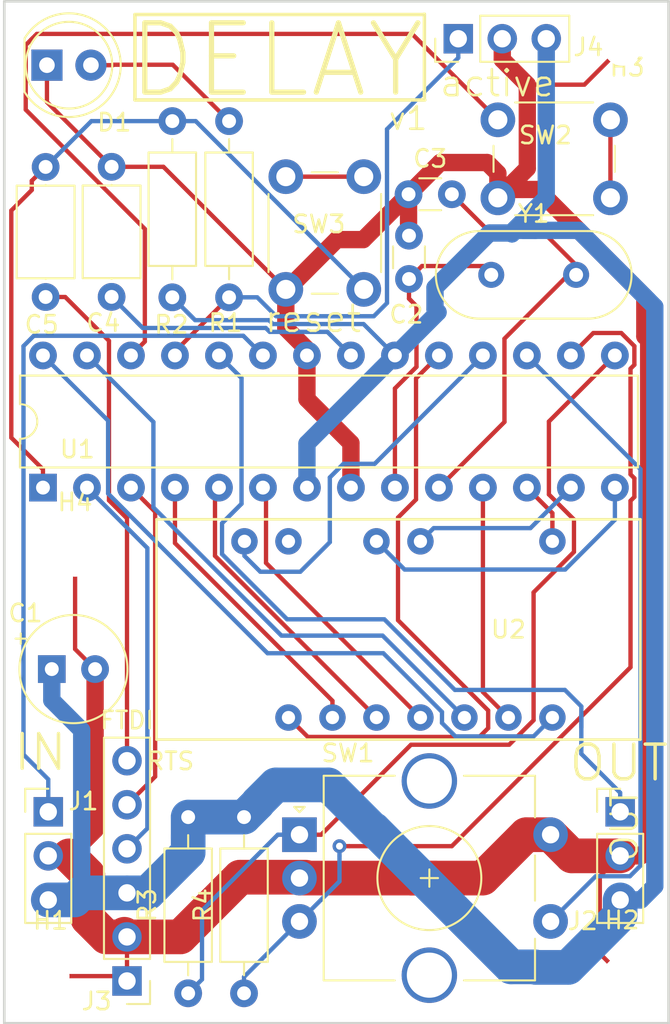
<source format=kicad_pcb>
(kicad_pcb (version 20171130) (host pcbnew 5.0.0-fee4fd1~66~ubuntu14.04.1)

  (general
    (thickness 1.6)
    (drawings 16)
    (tracks 306)
    (zones 0)
    (modules 24)
    (nets 31)
  )

  (page A4)
  (layers
    (0 F.Cu signal)
    (31 B.Cu signal)
    (32 B.Adhes user)
    (33 F.Adhes user)
    (34 B.Paste user)
    (35 F.Paste user)
    (36 B.SilkS user)
    (37 F.SilkS user)
    (38 B.Mask user)
    (39 F.Mask user)
    (40 Dwgs.User user)
    (41 Cmts.User user)
    (42 Eco1.User user)
    (43 Eco2.User user)
    (44 Edge.Cuts user)
    (45 Margin user)
    (46 B.CrtYd user)
    (47 F.CrtYd user)
    (48 B.Fab user)
    (49 F.Fab user)
  )

  (setup
    (last_trace_width 0.25)
    (user_trace_width 1)
    (user_trace_width 1.5)
    (user_trace_width 2)
    (trace_clearance 0.2)
    (zone_clearance 0.508)
    (zone_45_only no)
    (trace_min 0.2)
    (segment_width 0.2)
    (edge_width 0.15)
    (via_size 0.8)
    (via_drill 0.4)
    (via_min_size 0.4)
    (via_min_drill 0.3)
    (uvia_size 0.3)
    (uvia_drill 0.1)
    (uvias_allowed no)
    (uvia_min_size 0.2)
    (uvia_min_drill 0.1)
    (pcb_text_width 0.3)
    (pcb_text_size 1.5 1.5)
    (mod_edge_width 0.15)
    (mod_text_size 1 1)
    (mod_text_width 0.15)
    (pad_size 1.524 1.524)
    (pad_drill 0.762)
    (pad_to_mask_clearance 0.2)
    (aux_axis_origin 0 0)
    (visible_elements FFFFFF7F)
    (pcbplotparams
      (layerselection 0x010ec_ffffffff)
      (usegerberextensions true)
      (usegerberattributes false)
      (usegerberadvancedattributes false)
      (creategerberjobfile false)
      (excludeedgelayer true)
      (linewidth 0.100000)
      (plotframeref false)
      (viasonmask false)
      (mode 1)
      (useauxorigin false)
      (hpglpennumber 1)
      (hpglpenspeed 20)
      (hpglpendiameter 15.000000)
      (psnegative false)
      (psa4output false)
      (plotreference true)
      (plotvalue true)
      (plotinvisibletext false)
      (padsonsilk false)
      (subtractmaskfromsilk false)
      (outputformat 1)
      (mirror false)
      (drillshape 0)
      (scaleselection 1)
      (outputdirectory ""))
  )

  (net 0 "")
  (net 1 GND)
  (net 2 VCC)
  (net 3 XTAL1)
  (net 4 XTAL2)
  (net 5 AREF)
  (net 6 RESET)
  (net 7 DTR)
  (net 8 "Net-(D1-Pad2)")
  (net 9 a0)
  (net 10 a1)
  (net 11 RX)
  (net 12 TX)
  (net 13 a2)
  (net 14 d9)
  (net 15 d10)
  (net 16 d11)
  (net 17 a3)
  (net 18 "Net-(SW2-Pad3)")
  (net 19 "Net-(SW3-Pad3)")
  (net 20 d2)
  (net 21 d12)
  (net 22 d3)
  (net 23 d13)
  (net 24 d4)
  (net 25 d5)
  (net 26 d6)
  (net 27 d7)
  (net 28 a4)
  (net 29 d8)
  (net 30 a5)

  (net_class Default "This is the default net class."
    (clearance 0.2)
    (trace_width 0.25)
    (via_dia 0.8)
    (via_drill 0.4)
    (uvia_dia 0.3)
    (uvia_drill 0.1)
    (add_net AREF)
    (add_net DTR)
    (add_net GND)
    (add_net "Net-(D1-Pad2)")
    (add_net "Net-(SW2-Pad3)")
    (add_net "Net-(SW3-Pad3)")
    (add_net RESET)
    (add_net RX)
    (add_net TX)
    (add_net VCC)
    (add_net XTAL1)
    (add_net XTAL2)
    (add_net a0)
    (add_net a1)
    (add_net a2)
    (add_net a3)
    (add_net a4)
    (add_net a5)
    (add_net d10)
    (add_net d11)
    (add_net d12)
    (add_net d13)
    (add_net d2)
    (add_net d3)
    (add_net d4)
    (add_net d5)
    (add_net d6)
    (add_net d7)
    (add_net d8)
    (add_net d9)
  )

  (module Package_DIP:DIP-28_W7.62mm (layer F.Cu) (tedit 5A02E8C5) (tstamp 5BDD0B0E)
    (at 125.9332 93.0656 90)
    (descr "28-lead though-hole mounted DIP package, row spacing 7.62 mm (300 mils)")
    (tags "THT DIP DIL PDIP 2.54mm 7.62mm 300mil")
    (path /5BC3BAEA)
    (fp_text reference U1 (at 2.2098 1.9812 180) (layer F.SilkS)
      (effects (font (size 1 1) (thickness 0.15)))
    )
    (fp_text value ATmega328P-PU (at 3.81 35.35 90) (layer F.Fab)
      (effects (font (size 1 1) (thickness 0.15)))
    )
    (fp_arc (start 3.81 -1.33) (end 2.81 -1.33) (angle -180) (layer F.SilkS) (width 0.12))
    (fp_line (start 1.635 -1.27) (end 6.985 -1.27) (layer F.Fab) (width 0.1))
    (fp_line (start 6.985 -1.27) (end 6.985 34.29) (layer F.Fab) (width 0.1))
    (fp_line (start 6.985 34.29) (end 0.635 34.29) (layer F.Fab) (width 0.1))
    (fp_line (start 0.635 34.29) (end 0.635 -0.27) (layer F.Fab) (width 0.1))
    (fp_line (start 0.635 -0.27) (end 1.635 -1.27) (layer F.Fab) (width 0.1))
    (fp_line (start 2.81 -1.33) (end 1.16 -1.33) (layer F.SilkS) (width 0.12))
    (fp_line (start 1.16 -1.33) (end 1.16 34.35) (layer F.SilkS) (width 0.12))
    (fp_line (start 1.16 34.35) (end 6.46 34.35) (layer F.SilkS) (width 0.12))
    (fp_line (start 6.46 34.35) (end 6.46 -1.33) (layer F.SilkS) (width 0.12))
    (fp_line (start 6.46 -1.33) (end 4.81 -1.33) (layer F.SilkS) (width 0.12))
    (fp_line (start -1.1 -1.55) (end -1.1 34.55) (layer F.CrtYd) (width 0.05))
    (fp_line (start -1.1 34.55) (end 8.7 34.55) (layer F.CrtYd) (width 0.05))
    (fp_line (start 8.7 34.55) (end 8.7 -1.55) (layer F.CrtYd) (width 0.05))
    (fp_line (start 8.7 -1.55) (end -1.1 -1.55) (layer F.CrtYd) (width 0.05))
    (fp_text user %R (at 3.81 16.51 90) (layer F.Fab)
      (effects (font (size 1 1) (thickness 0.15)))
    )
    (pad 1 thru_hole rect (at 0 0 90) (size 1.6 1.6) (drill 0.8) (layers *.Cu *.Mask)
      (net 6 RESET))
    (pad 15 thru_hole oval (at 7.62 33.02 90) (size 1.6 1.6) (drill 0.8) (layers *.Cu *.Mask)
      (net 14 d9))
    (pad 2 thru_hole oval (at 0 2.54 90) (size 1.6 1.6) (drill 0.8) (layers *.Cu *.Mask)
      (net 11 RX))
    (pad 16 thru_hole oval (at 7.62 30.48 90) (size 1.6 1.6) (drill 0.8) (layers *.Cu *.Mask)
      (net 15 d10))
    (pad 3 thru_hole oval (at 0 5.08 90) (size 1.6 1.6) (drill 0.8) (layers *.Cu *.Mask)
      (net 12 TX))
    (pad 17 thru_hole oval (at 7.62 27.94 90) (size 1.6 1.6) (drill 0.8) (layers *.Cu *.Mask)
      (net 16 d11))
    (pad 4 thru_hole oval (at 0 7.62 90) (size 1.6 1.6) (drill 0.8) (layers *.Cu *.Mask)
      (net 20 d2))
    (pad 18 thru_hole oval (at 7.62 25.4 90) (size 1.6 1.6) (drill 0.8) (layers *.Cu *.Mask)
      (net 21 d12))
    (pad 5 thru_hole oval (at 0 10.16 90) (size 1.6 1.6) (drill 0.8) (layers *.Cu *.Mask)
      (net 22 d3))
    (pad 19 thru_hole oval (at 7.62 22.86 90) (size 1.6 1.6) (drill 0.8) (layers *.Cu *.Mask)
      (net 23 d13))
    (pad 6 thru_hole oval (at 0 12.7 90) (size 1.6 1.6) (drill 0.8) (layers *.Cu *.Mask)
      (net 24 d4))
    (pad 20 thru_hole oval (at 7.62 20.32 90) (size 1.6 1.6) (drill 0.8) (layers *.Cu *.Mask)
      (net 2 VCC))
    (pad 7 thru_hole oval (at 0 15.24 90) (size 1.6 1.6) (drill 0.8) (layers *.Cu *.Mask)
      (net 2 VCC))
    (pad 21 thru_hole oval (at 7.62 17.78 90) (size 1.6 1.6) (drill 0.8) (layers *.Cu *.Mask)
      (net 5 AREF))
    (pad 8 thru_hole oval (at 0 17.78 90) (size 1.6 1.6) (drill 0.8) (layers *.Cu *.Mask)
      (net 1 GND))
    (pad 22 thru_hole oval (at 7.62 15.24 90) (size 1.6 1.6) (drill 0.8) (layers *.Cu *.Mask)
      (net 1 GND))
    (pad 9 thru_hole oval (at 0 20.32 90) (size 1.6 1.6) (drill 0.8) (layers *.Cu *.Mask)
      (net 3 XTAL1))
    (pad 23 thru_hole oval (at 7.62 12.7 90) (size 1.6 1.6) (drill 0.8) (layers *.Cu *.Mask)
      (net 9 a0))
    (pad 10 thru_hole oval (at 0 22.86 90) (size 1.6 1.6) (drill 0.8) (layers *.Cu *.Mask)
      (net 4 XTAL2))
    (pad 24 thru_hole oval (at 7.62 10.16 90) (size 1.6 1.6) (drill 0.8) (layers *.Cu *.Mask)
      (net 10 a1))
    (pad 11 thru_hole oval (at 0 25.4 90) (size 1.6 1.6) (drill 0.8) (layers *.Cu *.Mask)
      (net 25 d5))
    (pad 25 thru_hole oval (at 7.62 7.62 90) (size 1.6 1.6) (drill 0.8) (layers *.Cu *.Mask)
      (net 13 a2))
    (pad 12 thru_hole oval (at 0 27.94 90) (size 1.6 1.6) (drill 0.8) (layers *.Cu *.Mask)
      (net 26 d6))
    (pad 26 thru_hole oval (at 7.62 5.08 90) (size 1.6 1.6) (drill 0.8) (layers *.Cu *.Mask)
      (net 17 a3))
    (pad 13 thru_hole oval (at 0 30.48 90) (size 1.6 1.6) (drill 0.8) (layers *.Cu *.Mask)
      (net 27 d7))
    (pad 27 thru_hole oval (at 7.62 2.54 90) (size 1.6 1.6) (drill 0.8) (layers *.Cu *.Mask)
      (net 28 a4))
    (pad 14 thru_hole oval (at 0 33.02 90) (size 1.6 1.6) (drill 0.8) (layers *.Cu *.Mask)
      (net 29 d8))
    (pad 28 thru_hole oval (at 7.62 0 90) (size 1.6 1.6) (drill 0.8) (layers *.Cu *.Mask)
      (net 30 a5))
    (model ${KISYS3DMOD}/Package_DIP.3dshapes/DIP-28_W7.62mm.wrl
      (at (xyz 0 0 0))
      (scale (xyz 1 1 1))
      (rotate (xyz 0 0 0))
    )
  )

  (module autoblocks:LTC-4724JR (layer F.Cu) (tedit 5BC3EED1) (tstamp 5BDD0FAE)
    (at 147.7264 102.5144)
    (path /5BC3C461)
    (fp_text reference U2 (at 5.08 -1.27) (layer F.SilkS)
      (effects (font (size 1 1) (thickness 0.15)))
    )
    (fp_text value LTC-4724JR (at -2.54 -1.27) (layer F.Fab)
      (effects (font (size 1 1) (thickness 0.15)))
    )
    (fp_line (start -15.24 -7.62) (end -15.24 5.08) (layer F.SilkS) (width 0.15))
    (fp_line (start -15.24 5.08) (end 12.7 5.08) (layer F.SilkS) (width 0.15))
    (fp_line (start 12.7 5.08) (end 12.7 -7.62) (layer F.SilkS) (width 0.15))
    (fp_line (start 12.7 -7.62) (end -15.24 -7.62) (layer F.SilkS) (width 0.15))
    (pad 1 thru_hole circle (at -7.62 3.81) (size 1.524 1.524) (drill 0.762) (layers *.Cu *.Mask)
      (net 23 d13))
    (pad 2 thru_hole circle (at -5.08 3.81) (size 1.524 1.524) (drill 0.762) (layers *.Cu *.Mask)
      (net 20 d2))
    (pad 3 thru_hole circle (at -2.54 3.81) (size 1.524 1.524) (drill 0.762) (layers *.Cu *.Mask)
      (net 22 d3))
    (pad 4 thru_hole circle (at 0 3.81) (size 1.524 1.524) (drill 0.762) (layers *.Cu *.Mask)
      (net 24 d4))
    (pad 5 thru_hole circle (at 2.54 3.81) (size 1.524 1.524) (drill 0.762) (layers *.Cu *.Mask)
      (net 28 a4))
    (pad 6 thru_hole circle (at 5.08 3.81) (size 1.524 1.524) (drill 0.762) (layers *.Cu *.Mask)
      (net 25 d5))
    (pad 7 thru_hole circle (at 7.62 3.81) (size 1.524 1.524) (drill 0.762) (layers *.Cu *.Mask)
      (net 30 a5))
    (pad 8 thru_hole circle (at 7.62 -6.35) (size 1.524 1.524) (drill 0.762) (layers *.Cu *.Mask)
      (net 26 d6))
    (pad 11 thru_hole circle (at 0 -6.35) (size 1.524 1.524) (drill 0.762) (layers *.Cu *.Mask)
      (net 27 d7))
    (pad 12 thru_hole circle (at -2.54 -6.35) (size 1.524 1.524) (drill 0.762) (layers *.Cu *.Mask)
      (net 29 d8))
    (pad 14 thru_hole circle (at -7.62 -6.35) (size 1.524 1.524) (drill 0.762) (layers *.Cu *.Mask))
    (pad 15 thru_hole circle (at -10.16 -6.35) (size 1.524 1.524) (drill 0.762) (layers *.Cu *.Mask)
      (net 21 d12))
  )

  (module Connector_PinHeader_2.54mm:PinHeader_1x06_P2.54mm_Vertical (layer F.Cu) (tedit 5BC43928) (tstamp 5BDDB222)
    (at 130.7846 121.5136 180)
    (descr "Through hole straight pin header, 1x06, 2.54mm pitch, single row")
    (tags "Through hole pin header THT 1x06 2.54mm single row")
    (path /5BC3C111)
    (fp_text reference J3 (at 1.7526 -1.1684 180) (layer F.SilkS)
      (effects (font (size 1 1) (thickness 0.15)))
    )
    (fp_text value FTDI (at 0 15.03 180) (layer F.SilkS)
      (effects (font (size 1 1) (thickness 0.15)))
    )
    (fp_line (start -0.635 -1.27) (end 1.27 -1.27) (layer F.Fab) (width 0.1))
    (fp_line (start 1.27 -1.27) (end 1.27 13.97) (layer F.Fab) (width 0.1))
    (fp_line (start 1.27 13.97) (end -1.27 13.97) (layer F.Fab) (width 0.1))
    (fp_line (start -1.27 13.97) (end -1.27 -0.635) (layer F.Fab) (width 0.1))
    (fp_line (start -1.27 -0.635) (end -0.635 -1.27) (layer F.Fab) (width 0.1))
    (fp_line (start -1.33 14.03) (end 1.33 14.03) (layer F.SilkS) (width 0.12))
    (fp_line (start -1.33 1.27) (end -1.33 14.03) (layer F.SilkS) (width 0.12))
    (fp_line (start 1.33 1.27) (end 1.33 14.03) (layer F.SilkS) (width 0.12))
    (fp_line (start -1.33 1.27) (end 1.33 1.27) (layer F.SilkS) (width 0.12))
    (fp_line (start -1.33 0) (end -1.33 -1.33) (layer F.SilkS) (width 0.12))
    (fp_line (start -1.33 -1.33) (end 0 -1.33) (layer F.SilkS) (width 0.12))
    (fp_line (start -1.8 -1.8) (end -1.8 14.5) (layer F.CrtYd) (width 0.05))
    (fp_line (start -1.8 14.5) (end 1.8 14.5) (layer F.CrtYd) (width 0.05))
    (fp_line (start 1.8 14.5) (end 1.8 -1.8) (layer F.CrtYd) (width 0.05))
    (fp_line (start 1.8 -1.8) (end -1.8 -1.8) (layer F.CrtYd) (width 0.05))
    (fp_text user %R (at 0 6.35 270) (layer F.Fab)
      (effects (font (size 1 1) (thickness 0.15)))
    )
    (pad 1 thru_hole rect (at 0 0 180) (size 1.7 1.7) (drill 1) (layers *.Cu *.Mask)
      (net 1 GND))
    (pad 2 thru_hole oval (at 0 2.54 180) (size 1.7 1.7) (drill 1) (layers *.Cu *.Mask)
      (net 1 GND))
    (pad 3 thru_hole oval (at 0 5.08 180) (size 1.7 1.7) (drill 1) (layers *.Cu *.Mask)
      (net 2 VCC))
    (pad 4 thru_hole oval (at 0 7.62 180) (size 1.7 1.7) (drill 1) (layers *.Cu *.Mask)
      (net 11 RX))
    (pad 5 thru_hole oval (at 0 10.16 180) (size 1.7 1.7) (drill 1) (layers *.Cu *.Mask)
      (net 12 TX))
    (pad 6 thru_hole oval (at 0 12.7 180) (size 1.7 1.7) (drill 1) (layers *.Cu *.Mask)
      (net 7 DTR))
    (model ${KISYS3DMOD}/Connector_PinHeader_2.54mm.3dshapes/PinHeader_1x06_P2.54mm_Vertical.wrl
      (at (xyz 0 0 0))
      (scale (xyz 1 1 1))
      (rotate (xyz 0 0 0))
    )
  )

  (module Capacitor_THT:CP_Radial_Tantal_D6.0mm_P2.50mm (layer F.Cu) (tedit 5AE50EF0) (tstamp 5BDD095D)
    (at 126.4412 103.5304)
    (descr "CP, Radial_Tantal series, Radial, pin pitch=2.50mm, , diameter=6.0mm, Tantal Electrolytic Capacitor, http://cdn-reichelt.de/documents/datenblatt/B300/TANTAL-TB-Serie%23.pdf")
    (tags "CP Radial_Tantal series Radial pin pitch 2.50mm  diameter 6.0mm Tantal Electrolytic Capacitor")
    (path /5BC3BEA4)
    (fp_text reference C1 (at -1.524 -3.2258) (layer F.SilkS)
      (effects (font (size 1 1) (thickness 0.15)))
    )
    (fp_text value 10mf (at 1.25 2.54) (layer F.Fab)
      (effects (font (size 1 1) (thickness 0.15)))
    )
    (fp_circle (center 1.25 0) (end 4.25 0) (layer F.Fab) (width 0.1))
    (fp_circle (center 1.25 0) (end 4.37 0) (layer F.SilkS) (width 0.12))
    (fp_circle (center 1.25 0) (end 4.5 0) (layer F.CrtYd) (width 0.05))
    (fp_line (start -1.314656 -1.3075) (end -0.714656 -1.3075) (layer F.Fab) (width 0.1))
    (fp_line (start -1.014656 -1.6075) (end -1.014656 -1.0075) (layer F.Fab) (width 0.1))
    (fp_line (start -2.089749 -1.755) (end -1.489749 -1.755) (layer F.SilkS) (width 0.12))
    (fp_line (start -1.789749 -2.055) (end -1.789749 -1.455) (layer F.SilkS) (width 0.12))
    (fp_text user %R (at 1.25 0) (layer F.Fab)
      (effects (font (size 1 1) (thickness 0.15)))
    )
    (pad 1 thru_hole rect (at 0 0) (size 1.6 1.6) (drill 0.8) (layers *.Cu *.Mask)
      (net 2 VCC))
    (pad 2 thru_hole circle (at 2.5 0) (size 1.6 1.6) (drill 0.8) (layers *.Cu *.Mask)
      (net 1 GND))
    (model ${KISYS3DMOD}/Capacitor_THT.3dshapes/CP_Radial_Tantal_D6.0mm_P2.50mm.wrl
      (at (xyz 0 0 0))
      (scale (xyz 1 1 1))
      (rotate (xyz 0 0 0))
    )
  )

  (module Capacitor_THT:C_Disc_D3.0mm_W1.6mm_P2.50mm (layer F.Cu) (tedit 5AE50EF0) (tstamp 5BDD096E)
    (at 147.066 78.5368 270)
    (descr "C, Disc series, Radial, pin pitch=2.50mm, , diameter*width=3.0*1.6mm^2, Capacitor, http://www.vishay.com/docs/45233/krseries.pdf")
    (tags "C Disc series Radial pin pitch 2.50mm  diameter 3.0mm width 1.6mm Capacitor")
    (path /5BC3BDF8)
    (fp_text reference C2 (at 4.5466 0.1524) (layer F.SilkS)
      (effects (font (size 1 1) (thickness 0.15)))
    )
    (fp_text value 22pf (at 1.25 2.05 270) (layer F.Fab)
      (effects (font (size 1 1) (thickness 0.15)))
    )
    (fp_text user %R (at 1.25 0 270) (layer F.Fab)
      (effects (font (size 0.6 0.6) (thickness 0.09)))
    )
    (fp_line (start 3.55 -1.05) (end -1.05 -1.05) (layer F.CrtYd) (width 0.05))
    (fp_line (start 3.55 1.05) (end 3.55 -1.05) (layer F.CrtYd) (width 0.05))
    (fp_line (start -1.05 1.05) (end 3.55 1.05) (layer F.CrtYd) (width 0.05))
    (fp_line (start -1.05 -1.05) (end -1.05 1.05) (layer F.CrtYd) (width 0.05))
    (fp_line (start 0.621 0.92) (end 1.879 0.92) (layer F.SilkS) (width 0.12))
    (fp_line (start 0.621 -0.92) (end 1.879 -0.92) (layer F.SilkS) (width 0.12))
    (fp_line (start 2.75 -0.8) (end -0.25 -0.8) (layer F.Fab) (width 0.1))
    (fp_line (start 2.75 0.8) (end 2.75 -0.8) (layer F.Fab) (width 0.1))
    (fp_line (start -0.25 0.8) (end 2.75 0.8) (layer F.Fab) (width 0.1))
    (fp_line (start -0.25 -0.8) (end -0.25 0.8) (layer F.Fab) (width 0.1))
    (pad 2 thru_hole circle (at 2.5 0 270) (size 1.6 1.6) (drill 0.8) (layers *.Cu *.Mask)
      (net 3 XTAL1))
    (pad 1 thru_hole circle (at 0 0 270) (size 1.6 1.6) (drill 0.8) (layers *.Cu *.Mask)
      (net 1 GND))
    (model ${KISYS3DMOD}/Capacitor_THT.3dshapes/C_Disc_D3.0mm_W1.6mm_P2.50mm.wrl
      (at (xyz 0 0 0))
      (scale (xyz 1 1 1))
      (rotate (xyz 0 0 0))
    )
  )

  (module Capacitor_THT:C_Disc_D3.0mm_W1.6mm_P2.50mm (layer F.Cu) (tedit 5AE50EF0) (tstamp 5BDD097F)
    (at 147.0406 76.1492)
    (descr "C, Disc series, Radial, pin pitch=2.50mm, , diameter*width=3.0*1.6mm^2, Capacitor, http://www.vishay.com/docs/45233/krseries.pdf")
    (tags "C Disc series Radial pin pitch 2.50mm  diameter 3.0mm width 1.6mm Capacitor")
    (path /5BC3D8E5)
    (fp_text reference C3 (at 1.25 -2.05) (layer F.SilkS)
      (effects (font (size 1 1) (thickness 0.15)))
    )
    (fp_text value 22pf (at 1.25 2.05) (layer F.Fab)
      (effects (font (size 1 1) (thickness 0.15)))
    )
    (fp_line (start -0.25 -0.8) (end -0.25 0.8) (layer F.Fab) (width 0.1))
    (fp_line (start -0.25 0.8) (end 2.75 0.8) (layer F.Fab) (width 0.1))
    (fp_line (start 2.75 0.8) (end 2.75 -0.8) (layer F.Fab) (width 0.1))
    (fp_line (start 2.75 -0.8) (end -0.25 -0.8) (layer F.Fab) (width 0.1))
    (fp_line (start 0.621 -0.92) (end 1.879 -0.92) (layer F.SilkS) (width 0.12))
    (fp_line (start 0.621 0.92) (end 1.879 0.92) (layer F.SilkS) (width 0.12))
    (fp_line (start -1.05 -1.05) (end -1.05 1.05) (layer F.CrtYd) (width 0.05))
    (fp_line (start -1.05 1.05) (end 3.55 1.05) (layer F.CrtYd) (width 0.05))
    (fp_line (start 3.55 1.05) (end 3.55 -1.05) (layer F.CrtYd) (width 0.05))
    (fp_line (start 3.55 -1.05) (end -1.05 -1.05) (layer F.CrtYd) (width 0.05))
    (fp_text user %R (at 1.25 0) (layer F.Fab)
      (effects (font (size 0.6 0.6) (thickness 0.09)))
    )
    (pad 1 thru_hole circle (at 0 0) (size 1.6 1.6) (drill 0.8) (layers *.Cu *.Mask)
      (net 1 GND))
    (pad 2 thru_hole circle (at 2.5 0) (size 1.6 1.6) (drill 0.8) (layers *.Cu *.Mask)
      (net 4 XTAL2))
    (model ${KISYS3DMOD}/Capacitor_THT.3dshapes/C_Disc_D3.0mm_W1.6mm_P2.50mm.wrl
      (at (xyz 0 0 0))
      (scale (xyz 1 1 1))
      (rotate (xyz 0 0 0))
    )
  )

  (module Capacitor_THT:C_Axial_L5.1mm_D3.1mm_P7.50mm_Horizontal (layer F.Cu) (tedit 5AE50EF0) (tstamp 5BDD0996)
    (at 129.8956 82.0674 90)
    (descr "C, Axial series, Axial, Horizontal, pin pitch=7.5mm, , length*diameter=5.1*3.1mm^2, http://www.vishay.com/docs/45231/arseries.pdf")
    (tags "C Axial series Axial Horizontal pin pitch 7.5mm  length 5.1mm diameter 3.1mm")
    (path /5BC759A6)
    (fp_text reference C4 (at -1.4986 -0.4826 180) (layer F.SilkS)
      (effects (font (size 1 1) (thickness 0.15)))
    )
    (fp_text value 0.1mf (at 1.2 0 180) (layer F.Fab)
      (effects (font (size 1 1) (thickness 0.15)))
    )
    (fp_text user %R (at 3.8354 0.4064 180) (layer F.Fab)
      (effects (font (size 1 1) (thickness 0.15)))
    )
    (fp_line (start 8.55 -1.8) (end -1.05 -1.8) (layer F.CrtYd) (width 0.05))
    (fp_line (start 8.55 1.8) (end 8.55 -1.8) (layer F.CrtYd) (width 0.05))
    (fp_line (start -1.05 1.8) (end 8.55 1.8) (layer F.CrtYd) (width 0.05))
    (fp_line (start -1.05 -1.8) (end -1.05 1.8) (layer F.CrtYd) (width 0.05))
    (fp_line (start 6.46 0) (end 6.42 0) (layer F.SilkS) (width 0.12))
    (fp_line (start 1.04 0) (end 1.08 0) (layer F.SilkS) (width 0.12))
    (fp_line (start 6.42 -1.67) (end 1.08 -1.67) (layer F.SilkS) (width 0.12))
    (fp_line (start 6.42 1.67) (end 6.42 -1.67) (layer F.SilkS) (width 0.12))
    (fp_line (start 1.08 1.67) (end 6.42 1.67) (layer F.SilkS) (width 0.12))
    (fp_line (start 1.08 -1.67) (end 1.08 1.67) (layer F.SilkS) (width 0.12))
    (fp_line (start 7.5 0) (end 6.3 0) (layer F.Fab) (width 0.1))
    (fp_line (start 0 0) (end 1.2 0) (layer F.Fab) (width 0.1))
    (fp_line (start 6.3 -1.55) (end 1.2 -1.55) (layer F.Fab) (width 0.1))
    (fp_line (start 6.3 1.55) (end 6.3 -1.55) (layer F.Fab) (width 0.1))
    (fp_line (start 1.2 1.55) (end 6.3 1.55) (layer F.Fab) (width 0.1))
    (fp_line (start 1.2 -1.55) (end 1.2 1.55) (layer F.Fab) (width 0.1))
    (pad 2 thru_hole oval (at 7.5 0 90) (size 1.6 1.6) (drill 0.8) (layers *.Cu *.Mask)
      (net 1 GND))
    (pad 1 thru_hole circle (at 0 0 90) (size 1.6 1.6) (drill 0.8) (layers *.Cu *.Mask)
      (net 5 AREF))
    (model ${KISYS3DMOD}/Capacitor_THT.3dshapes/C_Axial_L5.1mm_D3.1mm_P7.50mm_Horizontal.wrl
      (at (xyz 0 0 0))
      (scale (xyz 1 1 1))
      (rotate (xyz 0 0 0))
    )
  )

  (module Capacitor_THT:C_Axial_L5.1mm_D3.1mm_P7.50mm_Horizontal (layer F.Cu) (tedit 5AE50EF0) (tstamp 5BDD119A)
    (at 126.0856 74.5744 270)
    (descr "C, Axial series, Axial, Horizontal, pin pitch=7.5mm, , length*diameter=5.1*3.1mm^2, http://www.vishay.com/docs/45231/arseries.pdf")
    (tags "C Axial series Axial Horizontal pin pitch 7.5mm  length 5.1mm diameter 3.1mm")
    (path /5BC595CC)
    (fp_text reference C5 (at 9.0932 0.2286) (layer F.SilkS)
      (effects (font (size 1 1) (thickness 0.15)))
    )
    (fp_text value 0.1mf (at 4.9276 -0.4064) (layer F.Fab)
      (effects (font (size 1 1) (thickness 0.15)))
    )
    (fp_line (start 1.2 -1.55) (end 1.2 1.55) (layer F.Fab) (width 0.1))
    (fp_line (start 1.2 1.55) (end 6.3 1.55) (layer F.Fab) (width 0.1))
    (fp_line (start 6.3 1.55) (end 6.3 -1.55) (layer F.Fab) (width 0.1))
    (fp_line (start 6.3 -1.55) (end 1.2 -1.55) (layer F.Fab) (width 0.1))
    (fp_line (start 0 0) (end 1.2 0) (layer F.Fab) (width 0.1))
    (fp_line (start 7.5 0) (end 6.3 0) (layer F.Fab) (width 0.1))
    (fp_line (start 1.08 -1.67) (end 1.08 1.67) (layer F.SilkS) (width 0.12))
    (fp_line (start 1.08 1.67) (end 6.42 1.67) (layer F.SilkS) (width 0.12))
    (fp_line (start 6.42 1.67) (end 6.42 -1.67) (layer F.SilkS) (width 0.12))
    (fp_line (start 6.42 -1.67) (end 1.08 -1.67) (layer F.SilkS) (width 0.12))
    (fp_line (start 1.04 0) (end 1.08 0) (layer F.SilkS) (width 0.12))
    (fp_line (start 6.46 0) (end 6.42 0) (layer F.SilkS) (width 0.12))
    (fp_line (start -1.05 -1.8) (end -1.05 1.8) (layer F.CrtYd) (width 0.05))
    (fp_line (start -1.05 1.8) (end 8.55 1.8) (layer F.CrtYd) (width 0.05))
    (fp_line (start 8.55 1.8) (end 8.55 -1.8) (layer F.CrtYd) (width 0.05))
    (fp_line (start 8.55 -1.8) (end -1.05 -1.8) (layer F.CrtYd) (width 0.05))
    (fp_text user %R (at 3.1115 -0.0635) (layer F.Fab)
      (effects (font (size 1 1) (thickness 0.15)))
    )
    (pad 1 thru_hole circle (at 0 0 270) (size 1.6 1.6) (drill 0.8) (layers *.Cu *.Mask)
      (net 6 RESET))
    (pad 2 thru_hole oval (at 7.5 0 270) (size 1.6 1.6) (drill 0.8) (layers *.Cu *.Mask)
      (net 7 DTR))
    (model ${KISYS3DMOD}/Capacitor_THT.3dshapes/C_Axial_L5.1mm_D3.1mm_P7.50mm_Horizontal.wrl
      (at (xyz 0 0 0))
      (scale (xyz 1 1 1))
      (rotate (xyz 0 0 0))
    )
  )

  (module LED_THT:LED_D5.0mm (layer F.Cu) (tedit 5995936A) (tstamp 5BDD5A1B)
    (at 126.1618 68.707)
    (descr "LED, diameter 5.0mm, 2 pins, http://cdn-reichelt.de/documents/datenblatt/A500/LL-504BC2E-009.pdf")
    (tags "LED diameter 5.0mm 2 pins")
    (path /5BC3C2D9)
    (fp_text reference D1 (at 3.8862 3.302) (layer F.SilkS)
      (effects (font (size 1 1) (thickness 0.15)))
    )
    (fp_text value activeLED (at 1.27 3.96) (layer F.Fab)
      (effects (font (size 1 1) (thickness 0.15)))
    )
    (fp_arc (start 1.27 0) (end -1.23 -1.469694) (angle 299.1) (layer F.Fab) (width 0.1))
    (fp_arc (start 1.27 0) (end -1.29 -1.54483) (angle 148.9) (layer F.SilkS) (width 0.12))
    (fp_arc (start 1.27 0) (end -1.29 1.54483) (angle -148.9) (layer F.SilkS) (width 0.12))
    (fp_circle (center 1.27 0) (end 3.77 0) (layer F.Fab) (width 0.1))
    (fp_circle (center 1.27 0) (end 3.77 0) (layer F.SilkS) (width 0.12))
    (fp_line (start -1.23 -1.469694) (end -1.23 1.469694) (layer F.Fab) (width 0.1))
    (fp_line (start -1.29 -1.545) (end -1.29 1.545) (layer F.SilkS) (width 0.12))
    (fp_line (start -1.95 -3.25) (end -1.95 3.25) (layer F.CrtYd) (width 0.05))
    (fp_line (start -1.95 3.25) (end 4.5 3.25) (layer F.CrtYd) (width 0.05))
    (fp_line (start 4.5 3.25) (end 4.5 -3.25) (layer F.CrtYd) (width 0.05))
    (fp_line (start 4.5 -3.25) (end -1.95 -3.25) (layer F.CrtYd) (width 0.05))
    (fp_text user %R (at 1.25 0) (layer F.Fab)
      (effects (font (size 0.8 0.8) (thickness 0.2)))
    )
    (pad 1 thru_hole rect (at 0 0) (size 1.8 1.8) (drill 0.9) (layers *.Cu *.Mask)
      (net 1 GND))
    (pad 2 thru_hole circle (at 2.54 0) (size 1.8 1.8) (drill 0.9) (layers *.Cu *.Mask)
      (net 8 "Net-(D1-Pad2)"))
    (model ${KISYS3DMOD}/LED_THT.3dshapes/LED_D5.0mm.wrl
      (at (xyz 0 0 0))
      (scale (xyz 1 1 1))
      (rotate (xyz 0 0 0))
    )
  )

  (module Connector_PinHeader_2.54mm:PinHeader_1x03_P2.54mm_Vertical (layer F.Cu) (tedit 59FED5CC) (tstamp 5BE8E7FC)
    (at 126.238 111.76)
    (descr "Through hole straight pin header, 1x03, 2.54mm pitch, single row")
    (tags "Through hole pin header THT 1x03 2.54mm single row")
    (path /5BC3CBF5)
    (fp_text reference J1 (at 2.032 -0.6096) (layer F.SilkS)
      (effects (font (size 1 1) (thickness 0.15)))
    )
    (fp_text value conn_trigger (at 1.9812 6.6548) (layer F.Fab)
      (effects (font (size 1 1) (thickness 0.15)))
    )
    (fp_text user %R (at 0 2.54 90) (layer F.Fab)
      (effects (font (size 1 1) (thickness 0.15)))
    )
    (fp_line (start 1.8 -1.8) (end -1.8 -1.8) (layer F.CrtYd) (width 0.05))
    (fp_line (start 1.8 6.85) (end 1.8 -1.8) (layer F.CrtYd) (width 0.05))
    (fp_line (start -1.8 6.85) (end 1.8 6.85) (layer F.CrtYd) (width 0.05))
    (fp_line (start -1.8 -1.8) (end -1.8 6.85) (layer F.CrtYd) (width 0.05))
    (fp_line (start -1.33 -1.33) (end 0 -1.33) (layer F.SilkS) (width 0.12))
    (fp_line (start -1.33 0) (end -1.33 -1.33) (layer F.SilkS) (width 0.12))
    (fp_line (start -1.33 1.27) (end 1.33 1.27) (layer F.SilkS) (width 0.12))
    (fp_line (start 1.33 1.27) (end 1.33 6.41) (layer F.SilkS) (width 0.12))
    (fp_line (start -1.33 1.27) (end -1.33 6.41) (layer F.SilkS) (width 0.12))
    (fp_line (start -1.33 6.41) (end 1.33 6.41) (layer F.SilkS) (width 0.12))
    (fp_line (start -1.27 -0.635) (end -0.635 -1.27) (layer F.Fab) (width 0.1))
    (fp_line (start -1.27 6.35) (end -1.27 -0.635) (layer F.Fab) (width 0.1))
    (fp_line (start 1.27 6.35) (end -1.27 6.35) (layer F.Fab) (width 0.1))
    (fp_line (start 1.27 -1.27) (end 1.27 6.35) (layer F.Fab) (width 0.1))
    (fp_line (start -0.635 -1.27) (end 1.27 -1.27) (layer F.Fab) (width 0.1))
    (pad 3 thru_hole oval (at 0 5.08) (size 1.7 1.7) (drill 1) (layers *.Cu *.Mask)
      (net 2 VCC))
    (pad 2 thru_hole oval (at 0 2.54) (size 1.7 1.7) (drill 1) (layers *.Cu *.Mask)
      (net 1 GND))
    (pad 1 thru_hole rect (at 0 0) (size 1.7 1.7) (drill 1) (layers *.Cu *.Mask)
      (net 9 a0))
    (model ${KISYS3DMOD}/Connector_PinHeader_2.54mm.3dshapes/PinHeader_1x03_P2.54mm_Vertical.wrl
      (at (xyz 0 0 0))
      (scale (xyz 1 1 1))
      (rotate (xyz 0 0 0))
    )
  )

  (module Connector_PinHeader_2.54mm:PinHeader_1x03_P2.54mm_Vertical (layer F.Cu) (tedit 59FED5CC) (tstamp 5BDD09ED)
    (at 159.258 111.76)
    (descr "Through hole straight pin header, 1x03, 2.54mm pitch, single row")
    (tags "Through hole pin header THT 1x03 2.54mm single row")
    (path /5BC3CD1A)
    (fp_text reference J2 (at -2.159 6.2992) (layer F.SilkS)
      (effects (font (size 1 1) (thickness 0.15)))
    )
    (fp_text value conn_done (at -1.397 6.8072) (layer F.Fab)
      (effects (font (size 1 1) (thickness 0.15)))
    )
    (fp_line (start -0.635 -1.27) (end 1.27 -1.27) (layer F.Fab) (width 0.1))
    (fp_line (start 1.27 -1.27) (end 1.27 6.35) (layer F.Fab) (width 0.1))
    (fp_line (start 1.27 6.35) (end -1.27 6.35) (layer F.Fab) (width 0.1))
    (fp_line (start -1.27 6.35) (end -1.27 -0.635) (layer F.Fab) (width 0.1))
    (fp_line (start -1.27 -0.635) (end -0.635 -1.27) (layer F.Fab) (width 0.1))
    (fp_line (start -1.33 6.41) (end 1.33 6.41) (layer F.SilkS) (width 0.12))
    (fp_line (start -1.33 1.27) (end -1.33 6.41) (layer F.SilkS) (width 0.12))
    (fp_line (start 1.33 1.27) (end 1.33 6.41) (layer F.SilkS) (width 0.12))
    (fp_line (start -1.33 1.27) (end 1.33 1.27) (layer F.SilkS) (width 0.12))
    (fp_line (start -1.33 0) (end -1.33 -1.33) (layer F.SilkS) (width 0.12))
    (fp_line (start -1.33 -1.33) (end 0 -1.33) (layer F.SilkS) (width 0.12))
    (fp_line (start -1.8 -1.8) (end -1.8 6.85) (layer F.CrtYd) (width 0.05))
    (fp_line (start -1.8 6.85) (end 1.8 6.85) (layer F.CrtYd) (width 0.05))
    (fp_line (start 1.8 6.85) (end 1.8 -1.8) (layer F.CrtYd) (width 0.05))
    (fp_line (start 1.8 -1.8) (end -1.8 -1.8) (layer F.CrtYd) (width 0.05))
    (fp_text user %R (at 0 2.54 90) (layer F.Fab)
      (effects (font (size 1 1) (thickness 0.15)))
    )
    (pad 1 thru_hole rect (at 0 0) (size 1.7 1.7) (drill 1) (layers *.Cu *.Mask)
      (net 10 a1))
    (pad 2 thru_hole oval (at 0 2.54) (size 1.7 1.7) (drill 1) (layers *.Cu *.Mask)
      (net 1 GND))
    (pad 3 thru_hole oval (at 0 5.08) (size 1.7 1.7) (drill 1) (layers *.Cu *.Mask)
      (net 2 VCC))
    (model ${KISYS3DMOD}/Connector_PinHeader_2.54mm.3dshapes/PinHeader_1x03_P2.54mm_Vertical.wrl
      (at (xyz 0 0 0))
      (scale (xyz 1 1 1))
      (rotate (xyz 0 0 0))
    )
  )

  (module Connector_PinHeader_2.54mm:PinHeader_1x03_P2.54mm_Vertical (layer F.Cu) (tedit 59FED5CC) (tstamp 5BDD0A1E)
    (at 149.9108 67.183 90)
    (descr "Through hole straight pin header, 1x03, 2.54mm pitch, single row")
    (tags "Through hole pin header THT 1x03 2.54mm single row")
    (path /5BD058C9)
    (fp_text reference J4 (at -0.4826 7.5184 180) (layer F.SilkS)
      (effects (font (size 1 1) (thickness 0.15)))
    )
    (fp_text value conn_active (at -3.2766 4.1656 180) (layer F.Fab)
      (effects (font (size 1 1) (thickness 0.15)))
    )
    (fp_line (start -0.635 -1.27) (end 1.27 -1.27) (layer F.Fab) (width 0.1))
    (fp_line (start 1.27 -1.27) (end 1.27 6.35) (layer F.Fab) (width 0.1))
    (fp_line (start 1.27 6.35) (end -1.27 6.35) (layer F.Fab) (width 0.1))
    (fp_line (start -1.27 6.35) (end -1.27 -0.635) (layer F.Fab) (width 0.1))
    (fp_line (start -1.27 -0.635) (end -0.635 -1.27) (layer F.Fab) (width 0.1))
    (fp_line (start -1.33 6.41) (end 1.33 6.41) (layer F.SilkS) (width 0.12))
    (fp_line (start -1.33 1.27) (end -1.33 6.41) (layer F.SilkS) (width 0.12))
    (fp_line (start 1.33 1.27) (end 1.33 6.41) (layer F.SilkS) (width 0.12))
    (fp_line (start -1.33 1.27) (end 1.33 1.27) (layer F.SilkS) (width 0.12))
    (fp_line (start -1.33 0) (end -1.33 -1.33) (layer F.SilkS) (width 0.12))
    (fp_line (start -1.33 -1.33) (end 0 -1.33) (layer F.SilkS) (width 0.12))
    (fp_line (start -1.8 -1.8) (end -1.8 6.85) (layer F.CrtYd) (width 0.05))
    (fp_line (start -1.8 6.85) (end 1.8 6.85) (layer F.CrtYd) (width 0.05))
    (fp_line (start 1.8 6.85) (end 1.8 -1.8) (layer F.CrtYd) (width 0.05))
    (fp_line (start 1.8 -1.8) (end -1.8 -1.8) (layer F.CrtYd) (width 0.05))
    (fp_text user %R (at 0 2.54 180) (layer F.Fab)
      (effects (font (size 1 1) (thickness 0.15)))
    )
    (pad 1 thru_hole rect (at 0 0 90) (size 1.7 1.7) (drill 1) (layers *.Cu *.Mask)
      (net 13 a2))
    (pad 2 thru_hole oval (at 0 2.54 90) (size 1.7 1.7) (drill 1) (layers *.Cu *.Mask)
      (net 1 GND))
    (pad 3 thru_hole oval (at 0 5.08 90) (size 1.7 1.7) (drill 1) (layers *.Cu *.Mask)
      (net 2 VCC))
    (model ${KISYS3DMOD}/Connector_PinHeader_2.54mm.3dshapes/PinHeader_1x03_P2.54mm_Vertical.wrl
      (at (xyz 0 0 0))
      (scale (xyz 1 1 1))
      (rotate (xyz 0 0 0))
    )
  )

  (module Resistor_THT:R_Axial_DIN0207_L6.3mm_D2.5mm_P10.16mm_Horizontal (layer F.Cu) (tedit 5AE5139B) (tstamp 5BDD6F91)
    (at 136.6774 71.9328 270)
    (descr "Resistor, Axial_DIN0207 series, Axial, Horizontal, pin pitch=10.16mm, 0.25W = 1/4W, length*diameter=6.3*2.5mm^2, http://cdn-reichelt.de/documents/datenblatt/B400/1_4W%23YAG.pdf")
    (tags "Resistor Axial_DIN0207 series Axial Horizontal pin pitch 10.16mm 0.25W = 1/4W length 6.3mm diameter 2.5mm")
    (path /5BC3C25D)
    (fp_text reference R1 (at 11.6332 0.2032) (layer F.SilkS)
      (effects (font (size 1 1) (thickness 0.15)))
    )
    (fp_text value 10k (at 6.2992 0.0254) (layer F.Fab)
      (effects (font (size 1 1) (thickness 0.15)))
    )
    (fp_line (start 1.93 -1.25) (end 1.93 1.25) (layer F.Fab) (width 0.1))
    (fp_line (start 1.93 1.25) (end 8.23 1.25) (layer F.Fab) (width 0.1))
    (fp_line (start 8.23 1.25) (end 8.23 -1.25) (layer F.Fab) (width 0.1))
    (fp_line (start 8.23 -1.25) (end 1.93 -1.25) (layer F.Fab) (width 0.1))
    (fp_line (start 0 0) (end 1.93 0) (layer F.Fab) (width 0.1))
    (fp_line (start 10.16 0) (end 8.23 0) (layer F.Fab) (width 0.1))
    (fp_line (start 1.81 -1.37) (end 1.81 1.37) (layer F.SilkS) (width 0.12))
    (fp_line (start 1.81 1.37) (end 8.35 1.37) (layer F.SilkS) (width 0.12))
    (fp_line (start 8.35 1.37) (end 8.35 -1.37) (layer F.SilkS) (width 0.12))
    (fp_line (start 8.35 -1.37) (end 1.81 -1.37) (layer F.SilkS) (width 0.12))
    (fp_line (start 1.04 0) (end 1.81 0) (layer F.SilkS) (width 0.12))
    (fp_line (start 9.12 0) (end 8.35 0) (layer F.SilkS) (width 0.12))
    (fp_line (start -1.05 -1.5) (end -1.05 1.5) (layer F.CrtYd) (width 0.05))
    (fp_line (start -1.05 1.5) (end 11.21 1.5) (layer F.CrtYd) (width 0.05))
    (fp_line (start 11.21 1.5) (end 11.21 -1.5) (layer F.CrtYd) (width 0.05))
    (fp_line (start 11.21 -1.5) (end -1.05 -1.5) (layer F.CrtYd) (width 0.05))
    (fp_text user %R (at 3.7592 0.0254) (layer F.Fab)
      (effects (font (size 1 1) (thickness 0.15)))
    )
    (pad 1 thru_hole circle (at 0 0 270) (size 1.6 1.6) (drill 0.8) (layers *.Cu *.Mask)
      (net 8 "Net-(D1-Pad2)"))
    (pad 2 thru_hole oval (at 10.16 0 270) (size 1.6 1.6) (drill 0.8) (layers *.Cu *.Mask)
      (net 13 a2))
    (model ${KISYS3DMOD}/Resistor_THT.3dshapes/R_Axial_DIN0207_L6.3mm_D2.5mm_P10.16mm_Horizontal.wrl
      (at (xyz 0 0 0))
      (scale (xyz 1 1 1))
      (rotate (xyz 0 0 0))
    )
  )

  (module Resistor_THT:R_Axial_DIN0207_L6.3mm_D2.5mm_P10.16mm_Horizontal (layer F.Cu) (tedit 5AE5139B) (tstamp 5BDD1485)
    (at 133.4008 82.0928 90)
    (descr "Resistor, Axial_DIN0207 series, Axial, Horizontal, pin pitch=10.16mm, 0.25W = 1/4W, length*diameter=6.3*2.5mm^2, http://cdn-reichelt.de/documents/datenblatt/B400/1_4W%23YAG.pdf")
    (tags "Resistor Axial_DIN0207 series Axial Horizontal pin pitch 10.16mm 0.25W = 1/4W length 6.3mm diameter 2.5mm")
    (path /5BC5951C)
    (fp_text reference R2 (at -1.5748 -0.0508 180) (layer F.SilkS)
      (effects (font (size 1 1) (thickness 0.15)))
    )
    (fp_text value 10k (at 3.8608 -0.5588 180) (layer F.Fab)
      (effects (font (size 1 1) (thickness 0.15)))
    )
    (fp_text user %R (at 8.23 0) (layer F.Fab)
      (effects (font (size 1 1) (thickness 0.15)))
    )
    (fp_line (start 11.21 -1.5) (end -1.05 -1.5) (layer F.CrtYd) (width 0.05))
    (fp_line (start 11.21 1.5) (end 11.21 -1.5) (layer F.CrtYd) (width 0.05))
    (fp_line (start -1.05 1.5) (end 11.21 1.5) (layer F.CrtYd) (width 0.05))
    (fp_line (start -1.05 -1.5) (end -1.05 1.5) (layer F.CrtYd) (width 0.05))
    (fp_line (start 9.12 0) (end 8.35 0) (layer F.SilkS) (width 0.12))
    (fp_line (start 1.04 0) (end 1.81 0) (layer F.SilkS) (width 0.12))
    (fp_line (start 8.35 -1.37) (end 1.81 -1.37) (layer F.SilkS) (width 0.12))
    (fp_line (start 8.35 1.37) (end 8.35 -1.37) (layer F.SilkS) (width 0.12))
    (fp_line (start 1.81 1.37) (end 8.35 1.37) (layer F.SilkS) (width 0.12))
    (fp_line (start 1.81 -1.37) (end 1.81 1.37) (layer F.SilkS) (width 0.12))
    (fp_line (start 10.16 0) (end 8.23 0) (layer F.Fab) (width 0.1))
    (fp_line (start 0 0) (end 1.93 0) (layer F.Fab) (width 0.1))
    (fp_line (start 8.23 -1.25) (end 1.93 -1.25) (layer F.Fab) (width 0.1))
    (fp_line (start 8.23 1.25) (end 8.23 -1.25) (layer F.Fab) (width 0.1))
    (fp_line (start 1.93 1.25) (end 8.23 1.25) (layer F.Fab) (width 0.1))
    (fp_line (start 1.93 -1.25) (end 1.93 1.25) (layer F.Fab) (width 0.1))
    (pad 2 thru_hole oval (at 10.16 0 90) (size 1.6 1.6) (drill 0.8) (layers *.Cu *.Mask)
      (net 6 RESET))
    (pad 1 thru_hole circle (at 0 0 90) (size 1.6 1.6) (drill 0.8) (layers *.Cu *.Mask)
      (net 2 VCC))
    (model ${KISYS3DMOD}/Resistor_THT.3dshapes/R_Axial_DIN0207_L6.3mm_D2.5mm_P10.16mm_Horizontal.wrl
      (at (xyz 0 0 0))
      (scale (xyz 1 1 1))
      (rotate (xyz 0 0 0))
    )
  )

  (module Resistor_THT:R_Axial_DIN0207_L6.3mm_D2.5mm_P10.16mm_Horizontal (layer F.Cu) (tedit 5AE5139B) (tstamp 5BDD0A63)
    (at 134.3152 122.2248 90)
    (descr "Resistor, Axial_DIN0207 series, Axial, Horizontal, pin pitch=10.16mm, 0.25W = 1/4W, length*diameter=6.3*2.5mm^2, http://cdn-reichelt.de/documents/datenblatt/B400/1_4W%23YAG.pdf")
    (tags "Resistor Axial_DIN0207 series Axial Horizontal pin pitch 10.16mm 0.25W = 1/4W length 6.3mm diameter 2.5mm")
    (path /5BC82FDD)
    (fp_text reference R3 (at 5.08 -2.37 90) (layer F.SilkS)
      (effects (font (size 1 1) (thickness 0.15)))
    )
    (fp_text value 10k (at 5.08 2.37 90) (layer F.Fab)
      (effects (font (size 1 1) (thickness 0.15)))
    )
    (fp_line (start 1.93 -1.25) (end 1.93 1.25) (layer F.Fab) (width 0.1))
    (fp_line (start 1.93 1.25) (end 8.23 1.25) (layer F.Fab) (width 0.1))
    (fp_line (start 8.23 1.25) (end 8.23 -1.25) (layer F.Fab) (width 0.1))
    (fp_line (start 8.23 -1.25) (end 1.93 -1.25) (layer F.Fab) (width 0.1))
    (fp_line (start 0 0) (end 1.93 0) (layer F.Fab) (width 0.1))
    (fp_line (start 10.16 0) (end 8.23 0) (layer F.Fab) (width 0.1))
    (fp_line (start 1.81 -1.37) (end 1.81 1.37) (layer F.SilkS) (width 0.12))
    (fp_line (start 1.81 1.37) (end 8.35 1.37) (layer F.SilkS) (width 0.12))
    (fp_line (start 8.35 1.37) (end 8.35 -1.37) (layer F.SilkS) (width 0.12))
    (fp_line (start 8.35 -1.37) (end 1.81 -1.37) (layer F.SilkS) (width 0.12))
    (fp_line (start 1.04 0) (end 1.81 0) (layer F.SilkS) (width 0.12))
    (fp_line (start 9.12 0) (end 8.35 0) (layer F.SilkS) (width 0.12))
    (fp_line (start -1.05 -1.5) (end -1.05 1.5) (layer F.CrtYd) (width 0.05))
    (fp_line (start -1.05 1.5) (end 11.21 1.5) (layer F.CrtYd) (width 0.05))
    (fp_line (start 11.21 1.5) (end 11.21 -1.5) (layer F.CrtYd) (width 0.05))
    (fp_line (start 11.21 -1.5) (end -1.05 -1.5) (layer F.CrtYd) (width 0.05))
    (fp_text user %R (at 5.08 0 90) (layer F.Fab)
      (effects (font (size 1 1) (thickness 0.15)))
    )
    (pad 1 thru_hole circle (at 0 0 90) (size 1.6 1.6) (drill 0.8) (layers *.Cu *.Mask)
      (net 14 d9))
    (pad 2 thru_hole oval (at 10.16 0 90) (size 1.6 1.6) (drill 0.8) (layers *.Cu *.Mask)
      (net 2 VCC))
    (model ${KISYS3DMOD}/Resistor_THT.3dshapes/R_Axial_DIN0207_L6.3mm_D2.5mm_P10.16mm_Horizontal.wrl
      (at (xyz 0 0 0))
      (scale (xyz 1 1 1))
      (rotate (xyz 0 0 0))
    )
  )

  (module Resistor_THT:R_Axial_DIN0207_L6.3mm_D2.5mm_P10.16mm_Horizontal (layer F.Cu) (tedit 5AE5139B) (tstamp 5BDD0A7A)
    (at 137.541 122.2248 90)
    (descr "Resistor, Axial_DIN0207 series, Axial, Horizontal, pin pitch=10.16mm, 0.25W = 1/4W, length*diameter=6.3*2.5mm^2, http://cdn-reichelt.de/documents/datenblatt/B400/1_4W%23YAG.pdf")
    (tags "Resistor Axial_DIN0207 series Axial Horizontal pin pitch 10.16mm 0.25W = 1/4W length 6.3mm diameter 2.5mm")
    (path /5BC82F25)
    (fp_text reference R4 (at 5.08 -2.37 90) (layer F.SilkS)
      (effects (font (size 1 1) (thickness 0.15)))
    )
    (fp_text value 10k (at 5.08 2.37 90) (layer F.Fab)
      (effects (font (size 1 1) (thickness 0.15)))
    )
    (fp_text user %R (at 5.08 0 90) (layer F.Fab)
      (effects (font (size 1 1) (thickness 0.15)))
    )
    (fp_line (start 11.21 -1.5) (end -1.05 -1.5) (layer F.CrtYd) (width 0.05))
    (fp_line (start 11.21 1.5) (end 11.21 -1.5) (layer F.CrtYd) (width 0.05))
    (fp_line (start -1.05 1.5) (end 11.21 1.5) (layer F.CrtYd) (width 0.05))
    (fp_line (start -1.05 -1.5) (end -1.05 1.5) (layer F.CrtYd) (width 0.05))
    (fp_line (start 9.12 0) (end 8.35 0) (layer F.SilkS) (width 0.12))
    (fp_line (start 1.04 0) (end 1.81 0) (layer F.SilkS) (width 0.12))
    (fp_line (start 8.35 -1.37) (end 1.81 -1.37) (layer F.SilkS) (width 0.12))
    (fp_line (start 8.35 1.37) (end 8.35 -1.37) (layer F.SilkS) (width 0.12))
    (fp_line (start 1.81 1.37) (end 8.35 1.37) (layer F.SilkS) (width 0.12))
    (fp_line (start 1.81 -1.37) (end 1.81 1.37) (layer F.SilkS) (width 0.12))
    (fp_line (start 10.16 0) (end 8.23 0) (layer F.Fab) (width 0.1))
    (fp_line (start 0 0) (end 1.93 0) (layer F.Fab) (width 0.1))
    (fp_line (start 8.23 -1.25) (end 1.93 -1.25) (layer F.Fab) (width 0.1))
    (fp_line (start 8.23 1.25) (end 8.23 -1.25) (layer F.Fab) (width 0.1))
    (fp_line (start 1.93 1.25) (end 8.23 1.25) (layer F.Fab) (width 0.1))
    (fp_line (start 1.93 -1.25) (end 1.93 1.25) (layer F.Fab) (width 0.1))
    (pad 2 thru_hole oval (at 10.16 0 90) (size 1.6 1.6) (drill 0.8) (layers *.Cu *.Mask)
      (net 2 VCC))
    (pad 1 thru_hole circle (at 0 0 90) (size 1.6 1.6) (drill 0.8) (layers *.Cu *.Mask)
      (net 15 d10))
    (model ${KISYS3DMOD}/Resistor_THT.3dshapes/R_Axial_DIN0207_L6.3mm_D2.5mm_P10.16mm_Horizontal.wrl
      (at (xyz 0 0 0))
      (scale (xyz 1 1 1))
      (rotate (xyz 0 0 0))
    )
  )

  (module Rotary_Encoder:RotaryEncoder_Alps_EC11E-Switch_Vertical_H20mm_CircularMountingHoles (layer F.Cu) (tedit 5A74C8DD) (tstamp 5BDD0AA0)
    (at 140.7414 113.0808)
    (descr "Alps rotary encoder, EC12E... with switch, vertical shaft, mounting holes with circular drills, http://www.alps.com/prod/info/E/HTML/Encoder/Incremental/EC11/EC11E15204A3.html")
    (tags "rotary encoder")
    (path /5BC3C3B0)
    (fp_text reference SW1 (at 2.8 -4.7) (layer F.SilkS)
      (effects (font (size 1 1) (thickness 0.15)))
    )
    (fp_text value Rotary_Encoder_Switch (at 6.8326 6.0452) (layer F.Fab)
      (effects (font (size 1 1) (thickness 0.15)))
    )
    (fp_text user %R (at 11.1 6.3) (layer F.Fab)
      (effects (font (size 1 1) (thickness 0.15)))
    )
    (fp_line (start 7 2.5) (end 8 2.5) (layer F.SilkS) (width 0.12))
    (fp_line (start 7.5 2) (end 7.5 3) (layer F.SilkS) (width 0.12))
    (fp_line (start 13.6 6) (end 13.6 8.4) (layer F.SilkS) (width 0.12))
    (fp_line (start 13.6 1.2) (end 13.6 3.8) (layer F.SilkS) (width 0.12))
    (fp_line (start 13.6 -3.4) (end 13.6 -1) (layer F.SilkS) (width 0.12))
    (fp_line (start 4.5 2.5) (end 10.5 2.5) (layer F.Fab) (width 0.12))
    (fp_line (start 7.5 -0.5) (end 7.5 5.5) (layer F.Fab) (width 0.12))
    (fp_line (start 0.3 -1.6) (end 0 -1.3) (layer F.SilkS) (width 0.12))
    (fp_line (start -0.3 -1.6) (end 0.3 -1.6) (layer F.SilkS) (width 0.12))
    (fp_line (start 0 -1.3) (end -0.3 -1.6) (layer F.SilkS) (width 0.12))
    (fp_line (start 1.4 -3.4) (end 1.4 8.4) (layer F.SilkS) (width 0.12))
    (fp_line (start 5.5 -3.4) (end 1.4 -3.4) (layer F.SilkS) (width 0.12))
    (fp_line (start 5.5 8.4) (end 1.4 8.4) (layer F.SilkS) (width 0.12))
    (fp_line (start 13.6 8.4) (end 9.5 8.4) (layer F.SilkS) (width 0.12))
    (fp_line (start 9.5 -3.4) (end 13.6 -3.4) (layer F.SilkS) (width 0.12))
    (fp_line (start 1.5 -2.2) (end 2.5 -3.3) (layer F.Fab) (width 0.12))
    (fp_line (start 1.5 8.3) (end 1.5 -2.2) (layer F.Fab) (width 0.12))
    (fp_line (start 13.5 8.3) (end 1.5 8.3) (layer F.Fab) (width 0.12))
    (fp_line (start 13.5 -3.3) (end 13.5 8.3) (layer F.Fab) (width 0.12))
    (fp_line (start 2.5 -3.3) (end 13.5 -3.3) (layer F.Fab) (width 0.12))
    (fp_line (start -1.5 -5.2) (end 16 -5.2) (layer F.CrtYd) (width 0.05))
    (fp_line (start -1.5 -5.2) (end -1.5 10.2) (layer F.CrtYd) (width 0.05))
    (fp_line (start 16 10.2) (end 16 -5.2) (layer F.CrtYd) (width 0.05))
    (fp_line (start 16 10.2) (end -1.5 10.2) (layer F.CrtYd) (width 0.05))
    (fp_circle (center 7.5 2.5) (end 10.5 2.5) (layer F.SilkS) (width 0.12))
    (fp_circle (center 7.5 2.5) (end 10.5 2.5) (layer F.Fab) (width 0.12))
    (pad S1 thru_hole circle (at 14.5 5) (size 2 2) (drill 1) (layers *.Cu *.Mask)
      (net 16 d11))
    (pad S2 thru_hole circle (at 14.5 0) (size 2 2) (drill 1) (layers *.Cu *.Mask)
      (net 1 GND))
    (pad MP thru_hole circle (at 7.5 8.1) (size 3.2 3.2) (drill 2.6) (layers *.Cu *.Mask))
    (pad MP thru_hole circle (at 7.5 -3.1) (size 3.2 3.2) (drill 2.6) (layers *.Cu *.Mask))
    (pad B thru_hole circle (at 0 5) (size 2 2) (drill 1) (layers *.Cu *.Mask)
      (net 15 d10))
    (pad C thru_hole circle (at 0 2.5) (size 2 2) (drill 1) (layers *.Cu *.Mask)
      (net 1 GND))
    (pad A thru_hole rect (at 0 0) (size 2 2) (drill 1) (layers *.Cu *.Mask)
      (net 14 d9))
    (model ${KISYS3DMOD}/Rotary_Encoder.3dshapes/RotaryEncoder_Alps_EC11E-Switch_Vertical_H20mm_CircularMountingHoles.wrl
      (at (xyz 0 0 0))
      (scale (xyz 1 1 1))
      (rotate (xyz 0 0 0))
    )
  )

  (module autoblocks:SW_PUSH_6mm_H5mm (layer F.Cu) (tedit 5BC3F081) (tstamp 5BDD7072)
    (at 152.1968 71.8566)
    (descr "tactile push button, 6x6mm e.g. PHAP33xx series, height=5mm")
    (tags "tact sw push 6mm")
    (path /5BC3C530)
    (fp_text reference SW2 (at 2.7432 0.889 180) (layer F.SilkS)
      (effects (font (size 1 1) (thickness 0.15)))
    )
    (fp_text value switch_active (at 3.75 6.7) (layer F.Fab)
      (effects (font (size 1 1) (thickness 0.15)))
    )
    (fp_text user %R (at 3.114999 2.284999) (layer F.Fab)
      (effects (font (size 1 1) (thickness 0.15)))
    )
    (fp_line (start 3.25 -0.75) (end 6.25 -0.75) (layer F.Fab) (width 0.1))
    (fp_line (start 6.25 -0.75) (end 6.25 5.25) (layer F.Fab) (width 0.1))
    (fp_line (start 6.25 5.25) (end 0.25 5.25) (layer F.Fab) (width 0.1))
    (fp_line (start 0.25 5.25) (end 0.25 -0.75) (layer F.Fab) (width 0.1))
    (fp_line (start 0.25 -0.75) (end 3.25 -0.75) (layer F.Fab) (width 0.1))
    (fp_line (start 7.75 6) (end 8 6) (layer F.CrtYd) (width 0.05))
    (fp_line (start 8 6) (end 8 5.75) (layer F.CrtYd) (width 0.05))
    (fp_line (start 7.75 -1.5) (end 8 -1.5) (layer F.CrtYd) (width 0.05))
    (fp_line (start 8 -1.5) (end 8 -1.25) (layer F.CrtYd) (width 0.05))
    (fp_line (start -1.5 -1.25) (end -1.5 -1.5) (layer F.CrtYd) (width 0.05))
    (fp_line (start -1.5 -1.5) (end -1.25 -1.5) (layer F.CrtYd) (width 0.05))
    (fp_line (start -1.5 5.75) (end -1.5 6) (layer F.CrtYd) (width 0.05))
    (fp_line (start -1.5 6) (end -1.25 6) (layer F.CrtYd) (width 0.05))
    (fp_line (start -1.25 -1.5) (end 7.75 -1.5) (layer F.CrtYd) (width 0.05))
    (fp_line (start -1.5 5.75) (end -1.5 -1.25) (layer F.CrtYd) (width 0.05))
    (fp_line (start 7.75 6) (end -1.25 6) (layer F.CrtYd) (width 0.05))
    (fp_line (start 8 -1.25) (end 8 5.75) (layer F.CrtYd) (width 0.05))
    (fp_line (start 1 5.5) (end 5.5 5.5) (layer F.SilkS) (width 0.12))
    (fp_line (start -0.25 1.5) (end -0.25 3) (layer F.SilkS) (width 0.12))
    (fp_line (start 5.5 -1) (end 1 -1) (layer F.SilkS) (width 0.12))
    (fp_line (start 6.75 3) (end 6.75 1.5) (layer F.SilkS) (width 0.12))
    (fp_circle (center 3.25 2.25) (end 1.25 2.5) (layer F.Fab) (width 0.1))
    (pad 2 thru_hole circle (at 0 4.5 90) (size 2 2) (drill 1.1) (layers *.Cu *.Mask)
      (net 1 GND))
    (pad 1 thru_hole circle (at 0 0 90) (size 2 2) (drill 1.1) (layers *.Cu *.Mask)
      (net 17 a3))
    (pad 4 thru_hole circle (at 6.5 4.5 90) (size 2 2) (drill 1.1) (layers *.Cu *.Mask)
      (net 18 "Net-(SW2-Pad3)"))
    (pad 3 thru_hole circle (at 6.5 0 90) (size 2 2) (drill 1.1) (layers *.Cu *.Mask)
      (net 18 "Net-(SW2-Pad3)"))
    (model ${KISYS3DMOD}/Button_Switch_THT.3dshapes/SW_PUSH_6mm_H5mm.wrl
      (at (xyz 0 0 0))
      (scale (xyz 1 1 1))
      (rotate (xyz 0 0 0))
    )
  )

  (module autoblocks:SW_PUSH_6mm_H5mm (layer F.Cu) (tedit 5BC3F081) (tstamp 5BDD27E0)
    (at 139.954 81.6356 90)
    (descr "tactile push button, 6x6mm e.g. PHAP33xx series, height=5mm")
    (tags "tact sw push 6mm")
    (path /5BD55A24)
    (fp_text reference SW3 (at 3.7592 1.905 180) (layer F.SilkS)
      (effects (font (size 1 1) (thickness 0.15)))
    )
    (fp_text value switch_reset (at 3.75 6.7 90) (layer F.Fab)
      (effects (font (size 1 1) (thickness 0.15)))
    )
    (fp_circle (center 3.25 2.25) (end 1.25 2.5) (layer F.Fab) (width 0.1))
    (fp_line (start 6.75 3) (end 6.75 1.5) (layer F.SilkS) (width 0.12))
    (fp_line (start 5.5 -1) (end 1 -1) (layer F.SilkS) (width 0.12))
    (fp_line (start -0.25 1.5) (end -0.25 3) (layer F.SilkS) (width 0.12))
    (fp_line (start 1 5.5) (end 5.5 5.5) (layer F.SilkS) (width 0.12))
    (fp_line (start 8 -1.25) (end 8 5.75) (layer F.CrtYd) (width 0.05))
    (fp_line (start 7.75 6) (end -1.25 6) (layer F.CrtYd) (width 0.05))
    (fp_line (start -1.5 5.75) (end -1.5 -1.25) (layer F.CrtYd) (width 0.05))
    (fp_line (start -1.25 -1.5) (end 7.75 -1.5) (layer F.CrtYd) (width 0.05))
    (fp_line (start -1.5 6) (end -1.25 6) (layer F.CrtYd) (width 0.05))
    (fp_line (start -1.5 5.75) (end -1.5 6) (layer F.CrtYd) (width 0.05))
    (fp_line (start -1.5 -1.5) (end -1.25 -1.5) (layer F.CrtYd) (width 0.05))
    (fp_line (start -1.5 -1.25) (end -1.5 -1.5) (layer F.CrtYd) (width 0.05))
    (fp_line (start 8 -1.5) (end 8 -1.25) (layer F.CrtYd) (width 0.05))
    (fp_line (start 7.75 -1.5) (end 8 -1.5) (layer F.CrtYd) (width 0.05))
    (fp_line (start 8 6) (end 8 5.75) (layer F.CrtYd) (width 0.05))
    (fp_line (start 7.75 6) (end 8 6) (layer F.CrtYd) (width 0.05))
    (fp_line (start 0.25 -0.75) (end 3.25 -0.75) (layer F.Fab) (width 0.1))
    (fp_line (start 0.25 5.25) (end 0.25 -0.75) (layer F.Fab) (width 0.1))
    (fp_line (start 6.25 5.25) (end 0.25 5.25) (layer F.Fab) (width 0.1))
    (fp_line (start 6.25 -0.75) (end 6.25 5.25) (layer F.Fab) (width 0.1))
    (fp_line (start 3.25 -0.75) (end 6.25 -0.75) (layer F.Fab) (width 0.1))
    (fp_text user %R (at 3.25 2.25 180) (layer F.Fab)
      (effects (font (size 1 1) (thickness 0.15)))
    )
    (pad 3 thru_hole circle (at 6.5 0 180) (size 2 2) (drill 1.1) (layers *.Cu *.Mask)
      (net 19 "Net-(SW3-Pad3)"))
    (pad 4 thru_hole circle (at 6.5 4.5 180) (size 2 2) (drill 1.1) (layers *.Cu *.Mask)
      (net 19 "Net-(SW3-Pad3)"))
    (pad 1 thru_hole circle (at 0 0 180) (size 2 2) (drill 1.1) (layers *.Cu *.Mask)
      (net 1 GND))
    (pad 2 thru_hole circle (at 0 4.5 180) (size 2 2) (drill 1.1) (layers *.Cu *.Mask)
      (net 6 RESET))
    (model ${KISYS3DMOD}/Button_Switch_THT.3dshapes/SW_PUSH_6mm_H5mm.wrl
      (at (xyz 0 0 0))
      (scale (xyz 1 1 1))
      (rotate (xyz 0 0 0))
    )
  )

  (module Crystal:Crystal_HC18-U_Vertical (layer F.Cu) (tedit 5A1AD3B7) (tstamp 5BDD0B39)
    (at 151.8158 80.7974)
    (descr "Crystal THT HC-18/U, http://5hertz.com/pdfs/04404_D.pdf")
    (tags "THT crystalHC-18/U")
    (path /5BC3BC08)
    (fp_text reference Y1 (at 2.45 -3.525) (layer F.SilkS)
      (effects (font (size 1 1) (thickness 0.15)))
    )
    (fp_text value Crystal (at 2.45 3.525) (layer F.Fab)
      (effects (font (size 1 1) (thickness 0.15)))
    )
    (fp_text user %R (at 2.45 0) (layer F.Fab)
      (effects (font (size 1 1) (thickness 0.15)))
    )
    (fp_line (start -0.675 -2.325) (end 5.575 -2.325) (layer F.Fab) (width 0.1))
    (fp_line (start -0.675 2.325) (end 5.575 2.325) (layer F.Fab) (width 0.1))
    (fp_line (start -0.55 -2) (end 5.45 -2) (layer F.Fab) (width 0.1))
    (fp_line (start -0.55 2) (end 5.45 2) (layer F.Fab) (width 0.1))
    (fp_line (start -0.675 -2.525) (end 5.575 -2.525) (layer F.SilkS) (width 0.12))
    (fp_line (start -0.675 2.525) (end 5.575 2.525) (layer F.SilkS) (width 0.12))
    (fp_line (start -3.5 -2.8) (end -3.5 2.8) (layer F.CrtYd) (width 0.05))
    (fp_line (start -3.5 2.8) (end 8.4 2.8) (layer F.CrtYd) (width 0.05))
    (fp_line (start 8.4 2.8) (end 8.4 -2.8) (layer F.CrtYd) (width 0.05))
    (fp_line (start 8.4 -2.8) (end -3.5 -2.8) (layer F.CrtYd) (width 0.05))
    (fp_arc (start -0.675 0) (end -0.675 -2.325) (angle -180) (layer F.Fab) (width 0.1))
    (fp_arc (start 5.575 0) (end 5.575 -2.325) (angle 180) (layer F.Fab) (width 0.1))
    (fp_arc (start -0.55 0) (end -0.55 -2) (angle -180) (layer F.Fab) (width 0.1))
    (fp_arc (start 5.45 0) (end 5.45 -2) (angle 180) (layer F.Fab) (width 0.1))
    (fp_arc (start -0.675 0) (end -0.675 -2.525) (angle -180) (layer F.SilkS) (width 0.12))
    (fp_arc (start 5.575 0) (end 5.575 -2.525) (angle 180) (layer F.SilkS) (width 0.12))
    (pad 1 thru_hole circle (at 0 0) (size 1.5 1.5) (drill 0.8) (layers *.Cu *.Mask)
      (net 3 XTAL1))
    (pad 2 thru_hole circle (at 4.9 0) (size 1.5 1.5) (drill 0.8) (layers *.Cu *.Mask)
      (net 4 XTAL2))
    (model ${KISYS3DMOD}/Crystal.3dshapes/Crystal_HC18-U_Vertical.wrl
      (at (xyz 0 0 0))
      (scale (xyz 1 1 1))
      (rotate (xyz 0 0 0))
    )
  )

  (module MountingHole:MountingHole_2.2mm_M2 (layer F.Cu) (tedit 56D1B4CB) (tstamp 5BE8E597)
    (at 126.365 121.2342)
    (descr "Mounting Hole 2.2mm, no annular, M2")
    (tags "mounting hole 2.2mm no annular m2")
    (path /5BCCED6A)
    (attr virtual)
    (fp_text reference H1 (at 0 -3.2) (layer F.SilkS)
      (effects (font (size 1 1) (thickness 0.15)))
    )
    (fp_text value MountingHole_Pad (at 4.5466 1.7526) (layer F.Fab)
      (effects (font (size 1 1) (thickness 0.15)))
    )
    (fp_text user %R (at 0.3 0) (layer F.Fab)
      (effects (font (size 1 1) (thickness 0.15)))
    )
    (fp_circle (center 0 0) (end 2.2 0) (layer Cmts.User) (width 0.15))
    (fp_circle (center 0 0) (end 2.45 0) (layer F.CrtYd) (width 0.05))
    (pad 1 np_thru_hole circle (at 0 0) (size 2.2 2.2) (drill 2.2) (layers *.Cu *.Mask)
      (net 1 GND))
  )

  (module MountingHole:MountingHole_2.2mm_M2 (layer F.Cu) (tedit 56D1B4CB) (tstamp 5BE8E59F)
    (at 159.3596 121.2088)
    (descr "Mounting Hole 2.2mm, no annular, M2")
    (tags "mounting hole 2.2mm no annular m2")
    (path /5BCCEDCE)
    (attr virtual)
    (fp_text reference H2 (at 0 -3.2) (layer F.SilkS)
      (effects (font (size 1 1) (thickness 0.15)))
    )
    (fp_text value MountingHole_Pad (at -4.699 1.778) (layer F.Fab)
      (effects (font (size 1 1) (thickness 0.15)))
    )
    (fp_circle (center 0 0) (end 2.45 0) (layer F.CrtYd) (width 0.05))
    (fp_circle (center 0 0) (end 2.2 0) (layer Cmts.User) (width 0.15))
    (fp_text user %R (at 0.3 0) (layer F.Fab)
      (effects (font (size 1 1) (thickness 0.15)))
    )
    (pad 1 np_thru_hole circle (at 0 0) (size 2.2 2.2) (drill 2.2) (layers *.Cu *.Mask)
      (net 1 GND))
  )

  (module MountingHole:MountingHole_2.2mm_M2 (layer F.Cu) (tedit 56D1B4CB) (tstamp 5BE8E5A7)
    (at 159.385 67.6402)
    (descr "Mounting Hole 2.2mm, no annular, M2")
    (tags "mounting hole 2.2mm no annular m2")
    (path /5BCDCAFD)
    (attr virtual)
    (fp_text reference H3 (at 0.2794 1.1938) (layer F.SilkS)
      (effects (font (size 1 1) (thickness 0.15)))
    )
    (fp_text value MountingHole_Pad (at 1.6764 4.318 90) (layer F.Fab)
      (effects (font (size 1 1) (thickness 0.15)))
    )
    (fp_text user %R (at 0.3 0) (layer F.Fab)
      (effects (font (size 1 1) (thickness 0.15)))
    )
    (fp_circle (center 0 0) (end 2.2 0) (layer Cmts.User) (width 0.15))
    (fp_circle (center 0 0) (end 2.45 0) (layer F.CrtYd) (width 0.05))
    (pad 1 np_thru_hole circle (at 0 0) (size 2.2 2.2) (drill 2.2) (layers *.Cu *.Mask)
      (net 1 GND))
  )

  (module MountingHole:MountingHole_2.2mm_M2 (layer F.Cu) (tedit 56D1B4CB) (tstamp 5BF4C8D9)
    (at 127.7874 97.1042)
    (descr "Mounting Hole 2.2mm, no annular, M2")
    (tags "mounting hole 2.2mm no annular m2")
    (path /5BDC1204)
    (attr virtual)
    (fp_text reference H4 (at 0 -3.2) (layer F.SilkS)
      (effects (font (size 1 1) (thickness 0.15)))
    )
    (fp_text value MountingHole_Pad (at 9.1694 0.0762) (layer F.Fab)
      (effects (font (size 1 1) (thickness 0.15)))
    )
    (fp_text user %R (at 0.3 0) (layer F.Fab)
      (effects (font (size 1 1) (thickness 0.15)))
    )
    (fp_circle (center 0 0) (end 2.2 0) (layer Cmts.User) (width 0.15))
    (fp_circle (center 0 0) (end 2.45 0) (layer F.CrtYd) (width 0.05))
    (pad 1 np_thru_hole circle (at 0 0) (size 2.2 2.2) (drill 2.2) (layers *.Cu *.Mask)
      (net 1 GND))
  )

  (gr_text OUT (at 159.1818 108.9406) (layer F.SilkS)
    (effects (font (size 2 2) (thickness 0.2)))
  )
  (gr_line (start 123.698 65.024) (end 123.698 123.952) (layer Edge.Cuts) (width 0.15))
  (gr_line (start 162.052 123.952) (end 123.698 123.952) (layer Edge.Cuts) (width 0.15))
  (gr_line (start 162.052 65.024) (end 162.052 123.952) (layer Edge.Cuts) (width 0.15))
  (gr_line (start 123.698 65.024) (end 162.052 65.024) (layer Edge.Cuts) (width 0.15))
  (gr_text v1 (at 147.0152 71.7804) (layer F.SilkS)
    (effects (font (size 1.3 1.3) (thickness 0.15)))
  )
  (gr_text OUT (at 159.512 112.522 90) (layer F.SilkS)
    (effects (font (size 1.5 1.5) (thickness 0.15)))
  )
  (gr_text RTS (at 133.2992 108.839) (layer F.SilkS)
    (effects (font (size 1 1) (thickness 0.15)))
  )
  (gr_text IN (at 125.7808 108.331) (layer F.SilkS)
    (effects (font (size 2 2) (thickness 0.2)))
  )
  (gr_text active (at 152.1714 69.7484) (layer F.SilkS)
    (effects (font (size 1.5 1.5) (thickness 0.15)))
  )
  (gr_text reset (at 141.5288 83.3374) (layer F.SilkS)
    (effects (font (size 1.5 1.5) (thickness 0.15)))
  )
  (gr_line (start 131.2418 70.7136) (end 131.2418 65.786) (layer F.SilkS) (width 0.2))
  (gr_line (start 147.9804 70.7136) (end 131.2418 70.7136) (layer F.SilkS) (width 0.2))
  (gr_line (start 147.955 65.7606) (end 147.955 70.6882) (layer F.SilkS) (width 0.2))
  (gr_line (start 131.2418 65.786) (end 147.955 65.786) (layer F.SilkS) (width 0.2))
  (gr_text DELAY (at 139.4206 68.4276) (layer F.SilkS)
    (effects (font (size 4 3.85) (thickness 0.3)))
  )

  (segment (start 126.1618 70.8336) (end 129.8956 74.5674) (width 0.25) (layer F.Cu) (net 1))
  (segment (start 126.1618 68.707) (end 126.1618 70.8336) (width 0.25) (layer F.Cu) (net 1))
  (segment (start 132.8858 74.5674) (end 139.954 81.6356) (width 0.25) (layer F.Cu) (net 1))
  (segment (start 129.8956 74.5674) (end 132.8858 74.5674) (width 0.25) (layer F.Cu) (net 1))
  (segment (start 130.2512 118.8212) (end 130.3782 118.9482) (width 1) (layer F.Cu) (net 1))
  (segment (start 130.6322 118.8212) (end 130.7846 118.9736) (width 2) (layer F.Cu) (net 1))
  (segment (start 130.7846 118.9736) (end 133.858 118.9736) (width 2) (layer F.Cu) (net 1))
  (segment (start 137.3016 115.53) (end 141.097 115.53) (width 2) (layer F.Cu) (net 1))
  (segment (start 133.858 118.9736) (end 137.3016 115.53) (width 2) (layer F.Cu) (net 1))
  (segment (start 147.0406 78.5114) (end 147.066 78.5368) (width 1) (layer F.Cu) (net 1))
  (segment (start 147.0406 76.1492) (end 147.0406 78.5114) (width 1) (layer F.Cu) (net 1))
  (segment (start 143.7132 93.0656) (end 143.7132 90.5002) (width 1) (layer F.Cu) (net 1))
  (segment (start 141.1732 87.9602) (end 141.1732 85.4456) (width 1) (layer F.Cu) (net 1))
  (segment (start 143.7132 90.5002) (end 141.1732 87.9602) (width 1) (layer F.Cu) (net 1))
  (segment (start 130.7846 118.9736) (end 130.7846 121.5136) (width 0.25) (layer F.Cu) (net 1))
  (segment (start 160.681001 82.057799) (end 154.497202 75.874) (width 1) (layer F.Cu) (net 1))
  (segment (start 154.497202 75.874) (end 153.611013 75.874) (width 1) (layer F.Cu) (net 1))
  (segment (start 153.611013 75.874) (end 152.1968 75.874) (width 1) (layer F.Cu) (net 1))
  (segment (start 139.954 83.8708) (end 139.954 81.6356) (width 1) (layer F.Cu) (net 1))
  (segment (start 141.1732 85.09) (end 139.954 83.8708) (width 1) (layer F.Cu) (net 1))
  (segment (start 141.1732 85.4456) (end 141.1732 85.09) (width 1) (layer F.Cu) (net 1))
  (segment (start 144.4244 78.7654) (end 147.0406 76.1492) (width 1) (layer F.Cu) (net 1))
  (segment (start 142.9004 78.7654) (end 144.4244 78.7654) (width 1) (layer F.Cu) (net 1))
  (segment (start 140.0302 81.6356) (end 142.9004 78.7654) (width 1) (layer F.Cu) (net 1))
  (segment (start 139.954 81.6356) (end 140.0302 81.6356) (width 1) (layer F.Cu) (net 1))
  (segment (start 130.5052 121.2342) (end 130.7846 121.5136) (width 0.25) (layer F.Cu) (net 1))
  (segment (start 126.365 121.2342) (end 130.5052 121.2342) (width 0.25) (layer F.Cu) (net 1))
  (segment (start 127.440081 114.3) (end 128.524 115.383919) (width 2) (layer F.Cu) (net 1))
  (segment (start 129.582519 118.9736) (end 130.7846 118.9736) (width 2) (layer F.Cu) (net 1))
  (segment (start 128.524 117.915081) (end 129.582519 118.9736) (width 2) (layer F.Cu) (net 1))
  (segment (start 128.524 115.383919) (end 128.524 117.915081) (width 2) (layer F.Cu) (net 1))
  (segment (start 127.440081 114.3) (end 126.238 114.3) (width 1) (layer F.Cu) (net 1))
  (segment (start 156.4606 114.3) (end 155.2414 113.0808) (width 2) (layer F.Cu) (net 1))
  (segment (start 159.258 114.3) (end 156.4606 114.3) (width 2) (layer F.Cu) (net 1))
  (segment (start 151.327187 115.5808) (end 147.193 115.5808) (width 2) (layer F.Cu) (net 1))
  (segment (start 153.827187 113.0808) (end 151.327187 115.5808) (width 2) (layer F.Cu) (net 1))
  (segment (start 155.2414 113.0808) (end 153.827187 113.0808) (width 2) (layer F.Cu) (net 1))
  (segment (start 147.193 115.5808) (end 148.6008 115.5808) (width 2) (layer F.Cu) (net 1))
  (segment (start 140.7414 115.5808) (end 147.193 115.5808) (width 2) (layer F.Cu) (net 1))
  (segment (start 158.259601 120.108801) (end 159.3596 121.2088) (width 0.25) (layer F.Cu) (net 1))
  (segment (start 158.082999 119.932199) (end 158.259601 120.108801) (width 0.25) (layer F.Cu) (net 1))
  (segment (start 158.082999 115.475001) (end 158.082999 119.932199) (width 0.25) (layer F.Cu) (net 1))
  (segment (start 159.258 114.3) (end 158.082999 115.475001) (width 0.25) (layer F.Cu) (net 1))
  (segment (start 160.460081 114.3) (end 160.903212 113.856869) (width 1) (layer F.Cu) (net 1))
  (segment (start 160.681001 84.341658) (end 160.681001 82.057799) (width 1) (layer F.Cu) (net 1))
  (segment (start 160.903212 113.856869) (end 160.903212 84.563869) (width 1) (layer F.Cu) (net 1))
  (segment (start 160.903212 84.563869) (end 160.681001 84.341658) (width 1) (layer F.Cu) (net 1))
  (segment (start 159.258 114.3) (end 160.460081 114.3) (width 1) (layer F.Cu) (net 1))
  (segment (start 153.196799 75.356601) (end 152.1968 76.3566) (width 1) (layer F.Cu) (net 1))
  (segment (start 153.896801 69.831082) (end 153.896801 74.656599) (width 1) (layer F.Cu) (net 1))
  (segment (start 153.896801 74.656599) (end 153.196799 75.356601) (width 1) (layer F.Cu) (net 1))
  (segment (start 152.4508 68.385081) (end 153.896801 69.831082) (width 1) (layer F.Cu) (net 1))
  (segment (start 152.4508 67.183) (end 152.4508 68.385081) (width 1) (layer F.Cu) (net 1))
  (segment (start 152.1968 74.942387) (end 151.574813 74.3204) (width 1) (layer F.Cu) (net 1))
  (segment (start 152.1968 76.3566) (end 152.1968 74.942387) (width 1) (layer F.Cu) (net 1))
  (segment (start 148.8694 74.3204) (end 147.0406 76.1492) (width 1) (layer F.Cu) (net 1))
  (segment (start 151.574813 74.3204) (end 148.8694 74.3204) (width 1) (layer F.Cu) (net 1))
  (segment (start 157.194118 69.831082) (end 153.896801 69.831082) (width 0.25) (layer F.Cu) (net 1))
  (segment (start 159.385 67.6402) (end 157.194118 69.831082) (width 0.25) (layer F.Cu) (net 1))
  (segment (start 127.7874 102.3766) (end 128.9412 103.5304) (width 0.25) (layer F.Cu) (net 1))
  (segment (start 127.7874 97.1042) (end 127.7874 102.3766) (width 0.25) (layer F.Cu) (net 1))
  (segment (start 128.9412 112.798881) (end 127.440081 114.3) (width 1) (layer F.Cu) (net 1))
  (segment (start 128.9412 103.5304) (end 128.9412 112.798881) (width 1) (layer F.Cu) (net 1))
  (segment (start 134.3152 114.105081) (end 134.3152 113.19617) (width 2) (layer B.Cu) (net 2))
  (segment (start 134.3152 113.19617) (end 134.3152 112.0648) (width 2) (layer B.Cu) (net 2))
  (segment (start 131.986681 116.4336) (end 134.3152 114.105081) (width 2) (layer B.Cu) (net 2))
  (segment (start 130.7846 116.4336) (end 131.986681 116.4336) (width 2) (layer B.Cu) (net 2))
  (segment (start 134.3152 112.0648) (end 137.541 112.0648) (width 2) (layer B.Cu) (net 2))
  (segment (start 145.453201 86.245599) (end 146.2532 85.4456) (width 1) (layer B.Cu) (net 2))
  (segment (start 141.1732 93.0656) (end 141.1732 90.5256) (width 1) (layer B.Cu) (net 2))
  (segment (start 141.1732 90.5256) (end 145.453201 86.245599) (width 1) (layer B.Cu) (net 2))
  (segment (start 153.0096 78.4352) (end 154.432 77.0128) (width 1) (layer B.Cu) (net 2))
  (segment (start 154.432 77.0128) (end 153.870799 77.574001) (width 1) (layer B.Cu) (net 2))
  (segment (start 153.2128 78.232) (end 153.0096 78.4352) (width 1) (layer B.Cu) (net 2))
  (segment (start 154.3558 78.232) (end 153.2128 78.232) (width 1) (layer B.Cu) (net 2))
  (segment (start 156.855202 78.232) (end 154.3558 78.232) (width 1) (layer B.Cu) (net 2))
  (segment (start 154.3558 78.232) (end 153.6708 78.232) (width 1) (layer B.Cu) (net 2))
  (segment (start 151.7142 78.3844) (end 152.9588 78.3844) (width 1) (layer B.Cu) (net 2))
  (segment (start 148.566001 81.532599) (end 151.7142 78.3844) (width 1) (layer B.Cu) (net 2))
  (segment (start 148.566001 82.777199) (end 148.566001 81.532599) (width 1) (layer B.Cu) (net 2))
  (segment (start 148.743801 82.954999) (end 148.566001 82.777199) (width 1) (layer B.Cu) (net 2))
  (segment (start 152.9588 78.3844) (end 153.0096 78.4352) (width 1) (layer B.Cu) (net 2))
  (segment (start 146.2532 85.4456) (end 148.743801 82.954999) (width 1) (layer B.Cu) (net 2))
  (segment (start 134.587411 83.279411) (end 134.200799 82.892799) (width 0.25) (layer B.Cu) (net 2))
  (segment (start 134.200799 82.892799) (end 133.4008 82.0928) (width 0.25) (layer B.Cu) (net 2))
  (segment (start 138.984401 83.410612) (end 134.718612 83.410612) (width 0.25) (layer B.Cu) (net 2))
  (segment (start 146.2532 85.4456) (end 144.442611 83.635011) (width 0.25) (layer B.Cu) (net 2))
  (segment (start 139.2088 83.635011) (end 138.984401 83.410612) (width 0.25) (layer B.Cu) (net 2))
  (segment (start 144.442611 83.635011) (end 139.2088 83.635011) (width 0.25) (layer B.Cu) (net 2))
  (segment (start 134.718612 83.410612) (end 134.200799 82.892799) (width 0.25) (layer B.Cu) (net 2))
  (segment (start 126.238 116.84) (end 127.762 116.84) (width 2) (layer B.Cu) (net 2))
  (segment (start 128.1684 116.4336) (end 130.7846 116.4336) (width 2) (layer B.Cu) (net 2))
  (segment (start 127.762 116.84) (end 128.1684 116.4336) (width 2) (layer B.Cu) (net 2))
  (segment (start 159.258 116.84) (end 159.258 117.729) (width 2) (layer B.Cu) (net 2))
  (segment (start 156.256189 120.730811) (end 157.433009 119.553991) (width 2) (layer B.Cu) (net 2))
  (segment (start 159.258 117.729) (end 156.256189 120.730811) (width 2) (layer B.Cu) (net 2))
  (segment (start 160.460081 116.84) (end 161.258012 116.042069) (width 1) (layer B.Cu) (net 2))
  (segment (start 159.258 116.84) (end 160.460081 116.84) (width 1) (layer B.Cu) (net 2))
  (segment (start 161.258012 116.042069) (end 161.258012 82.63481) (width 1) (layer B.Cu) (net 2))
  (segment (start 160.903212 82.28001) (end 159.979402 81.3562) (width 1) (layer B.Cu) (net 2))
  (segment (start 161.258012 82.63481) (end 159.979402 81.3562) (width 1) (layer B.Cu) (net 2))
  (segment (start 159.979402 81.3562) (end 156.855202 78.232) (width 1) (layer B.Cu) (net 2))
  (segment (start 154.9908 76.3524) (end 152.9588 78.3844) (width 1) (layer B.Cu) (net 2))
  (segment (start 154.9908 67.183) (end 154.9908 76.3524) (width 1) (layer B.Cu) (net 2))
  (segment (start 152.9588 120.7008) (end 154.3558 120.7008) (width 2) (layer B.Cu) (net 2))
  (segment (start 144.988001 112.780801) (end 145.038801 112.780801) (width 2) (layer B.Cu) (net 2))
  (segment (start 142.4178 110.2106) (end 144.988001 112.780801) (width 2) (layer B.Cu) (net 2))
  (segment (start 139.3698 110.2106) (end 142.4178 110.2106) (width 2) (layer B.Cu) (net 2))
  (segment (start 154.3558 120.7008) (end 154.385811 120.730811) (width 2) (layer B.Cu) (net 2))
  (segment (start 138.340999 111.239401) (end 139.3698 110.2106) (width 2) (layer B.Cu) (net 2))
  (segment (start 138.340999 111.264801) (end 138.340999 111.239401) (width 2) (layer B.Cu) (net 2))
  (segment (start 154.385811 120.730811) (end 156.256189 120.730811) (width 2) (layer B.Cu) (net 2))
  (segment (start 145.038801 112.780801) (end 152.9588 120.7008) (width 2) (layer B.Cu) (net 2))
  (segment (start 137.541 112.0648) (end 138.340999 111.264801) (width 2) (layer B.Cu) (net 2))
  (segment (start 128.1684 107.0576) (end 128.1684 116.4336) (width 1) (layer B.Cu) (net 2))
  (segment (start 126.4412 105.3304) (end 128.1684 107.0576) (width 1) (layer B.Cu) (net 2))
  (segment (start 126.4412 103.5304) (end 126.4412 105.3304) (width 1) (layer B.Cu) (net 2))
  (segment (start 147.8134 80.2894) (end 147.066 81.0368) (width 0.25) (layer F.Cu) (net 3))
  (segment (start 151.8666 80.2894) (end 147.8134 80.2894) (width 0.25) (layer F.Cu) (net 3))
  (segment (start 147.066 82.16817) (end 147.200401 82.302571) (width 0.25) (layer F.Cu) (net 3))
  (segment (start 147.066 81.0368) (end 147.066 82.16817) (width 0.25) (layer F.Cu) (net 3))
  (segment (start 146.2532 91.93423) (end 146.2532 93.0656) (width 0.25) (layer F.Cu) (net 3))
  (segment (start 146.2532 87.34919) (end 146.2532 91.93423) (width 0.25) (layer F.Cu) (net 3))
  (segment (start 147.4978 86.10459) (end 146.2532 87.34919) (width 0.25) (layer F.Cu) (net 3))
  (segment (start 147.4978 82.59997) (end 147.4978 86.10459) (width 0.25) (layer F.Cu) (net 3))
  (segment (start 147.066 82.16817) (end 147.4978 82.59997) (width 0.25) (layer F.Cu) (net 3))
  (segment (start 149.5406 76.1492) (end 151.8012 78.4098) (width 0.25) (layer F.Cu) (net 4))
  (segment (start 154.887 78.4098) (end 156.7666 80.2894) (width 0.25) (layer F.Cu) (net 4))
  (segment (start 151.8012 78.4098) (end 154.887 78.4098) (width 0.25) (layer F.Cu) (net 4))
  (segment (start 156.016601 81.039399) (end 156.7666 80.2894) (width 0.25) (layer F.Cu) (net 4))
  (segment (start 152.5778 84.4782) (end 156.016601 81.039399) (width 0.25) (layer F.Cu) (net 4))
  (segment (start 152.5778 89.281) (end 152.5778 84.4782) (width 0.25) (layer F.Cu) (net 4))
  (segment (start 148.7932 93.0656) (end 152.5778 89.281) (width 0.25) (layer F.Cu) (net 4))
  (segment (start 131.3688 83.5406) (end 129.8956 82.0674) (width 0.25) (layer B.Cu) (net 5))
  (segment (start 131.5466 83.7184) (end 131.3688 83.5406) (width 0.25) (layer B.Cu) (net 5))
  (segment (start 131.688823 83.860623) (end 131.3688 83.5406) (width 0.25) (layer B.Cu) (net 5))
  (segment (start 139.0224 84.085022) (end 138.798001 83.860623) (width 0.25) (layer B.Cu) (net 5))
  (segment (start 138.798001 83.860623) (end 131.688823 83.860623) (width 0.25) (layer B.Cu) (net 5))
  (segment (start 142.352622 84.085022) (end 139.0224 84.085022) (width 0.25) (layer B.Cu) (net 5))
  (segment (start 143.7132 85.4456) (end 142.352622 84.085022) (width 0.25) (layer B.Cu) (net 5))
  (segment (start 128.7272 71.9328) (end 126.0856 74.5744) (width 0.25) (layer B.Cu) (net 6))
  (segment (start 133.4008 71.9328) (end 128.7272 71.9328) (width 0.25) (layer B.Cu) (net 6))
  (segment (start 134.7512 71.9328) (end 133.4008 71.9328) (width 0.25) (layer B.Cu) (net 6))
  (segment (start 144.454 81.6356) (end 134.7512 71.9328) (width 0.25) (layer B.Cu) (net 6))
  (segment (start 125.9332 92.0156) (end 125.9332 93.0656) (width 0.25) (layer F.Cu) (net 6))
  (segment (start 124.1044 90.1868) (end 125.9332 92.0156) (width 0.25) (layer F.Cu) (net 6))
  (segment (start 124.1044 77.089) (end 124.1044 90.1868) (width 0.25) (layer F.Cu) (net 6))
  (segment (start 125.285601 75.907799) (end 124.1044 77.089) (width 0.25) (layer F.Cu) (net 6))
  (segment (start 125.285601 75.374399) (end 125.285601 75.907799) (width 0.25) (layer F.Cu) (net 6))
  (segment (start 126.0856 74.5744) (end 125.285601 75.374399) (width 0.25) (layer F.Cu) (net 6))
  (segment (start 127.21697 82.0744) (end 126.0856 82.0744) (width 0.25) (layer F.Cu) (net 7))
  (segment (start 129.7432 84.60063) (end 127.21697 82.0744) (width 0.25) (layer F.Cu) (net 7))
  (segment (start 129.7432 93.8022) (end 129.7432 84.60063) (width 0.25) (layer F.Cu) (net 7))
  (segment (start 130.7846 94.8436) (end 129.7432 93.8022) (width 0.25) (layer F.Cu) (net 7))
  (segment (start 130.7846 108.8136) (end 130.7846 94.8436) (width 0.25) (layer F.Cu) (net 7))
  (segment (start 129.974592 68.707) (end 129.999992 68.6816) (width 0.25) (layer F.Cu) (net 8))
  (segment (start 128.7018 68.707) (end 129.974592 68.707) (width 0.25) (layer F.Cu) (net 8))
  (segment (start 133.4262 68.6816) (end 136.6774 71.9328) (width 0.25) (layer F.Cu) (net 8))
  (segment (start 129.999992 68.6816) (end 133.4262 68.6816) (width 0.25) (layer F.Cu) (net 8))
  (segment (start 138.6332 85.4456) (end 137.498234 84.310634) (width 0.25) (layer B.Cu) (net 9))
  (segment (start 137.498234 84.310634) (end 125.403164 84.310634) (width 0.25) (layer B.Cu) (net 9))
  (segment (start 125.403164 84.310634) (end 124.808199 84.905599) (width 0.25) (layer B.Cu) (net 9))
  (segment (start 126.238 109.887801) (end 124.808199 108.458) (width 0.25) (layer B.Cu) (net 9))
  (segment (start 126.238 111.76) (end 126.238 109.887801) (width 0.25) (layer B.Cu) (net 9))
  (segment (start 124.808199 84.905599) (end 124.808199 108.458) (width 0.25) (layer B.Cu) (net 9))
  (segment (start 136.893199 86.245599) (end 136.0932 85.4456) (width 0.25) (layer B.Cu) (net 10))
  (segment (start 137.396417 86.748817) (end 136.893199 86.245599) (width 0.25) (layer B.Cu) (net 10))
  (segment (start 137.396417 93.997583) (end 137.396417 86.748817) (width 0.25) (layer B.Cu) (net 10))
  (segment (start 136.271 95.123) (end 137.396417 93.997583) (width 0.25) (layer B.Cu) (net 10))
  (segment (start 136.271 96.901) (end 136.271 95.123) (width 0.25) (layer B.Cu) (net 10))
  (segment (start 140.0302 100.6602) (end 136.271 96.901) (width 0.25) (layer B.Cu) (net 10))
  (segment (start 149.714791 104.731391) (end 145.6436 100.6602) (width 0.25) (layer B.Cu) (net 10))
  (segment (start 157.015609 105.680799) (end 156.066201 104.731391) (width 0.25) (layer B.Cu) (net 10))
  (segment (start 156.066201 104.731391) (end 149.714791 104.731391) (width 0.25) (layer B.Cu) (net 10))
  (segment (start 145.6436 100.6602) (end 140.0302 100.6602) (width 0.25) (layer B.Cu) (net 10))
  (segment (start 157.015609 108.417609) (end 157.015609 106.172) (width 0.25) (layer B.Cu) (net 10))
  (segment (start 159.258 110.66) (end 157.015609 108.417609) (width 0.25) (layer B.Cu) (net 10))
  (segment (start 159.258 111.76) (end 159.258 110.66) (width 0.25) (layer B.Cu) (net 10))
  (segment (start 157.015609 106.172) (end 157.015609 105.680799) (width 0.25) (layer B.Cu) (net 10))
  (segment (start 157.015609 106.900363) (end 157.015609 106.172) (width 0.25) (layer B.Cu) (net 10))
  (segment (start 131.634599 113.043601) (end 130.7846 113.8936) (width 0.25) (layer B.Cu) (net 11))
  (segment (start 131.959601 112.718599) (end 131.634599 113.043601) (width 0.25) (layer B.Cu) (net 11))
  (segment (start 131.959601 96.552001) (end 131.959601 112.718599) (width 0.25) (layer B.Cu) (net 11))
  (segment (start 128.4732 93.0656) (end 131.959601 96.552001) (width 0.25) (layer B.Cu) (net 11))
  (segment (start 131.813199 93.865599) (end 131.0132 93.0656) (width 0.25) (layer F.Cu) (net 12))
  (segment (start 132.4102 94.4626) (end 131.813199 93.865599) (width 0.25) (layer F.Cu) (net 12))
  (segment (start 132.4102 109.728) (end 132.4102 94.4626) (width 0.25) (layer F.Cu) (net 12))
  (segment (start 130.7846 111.3536) (end 132.4102 109.728) (width 0.25) (layer F.Cu) (net 12))
  (segment (start 137.1854 82.0928) (end 136.6774 82.0928) (width 0.25) (layer B.Cu) (net 13))
  (segment (start 133.5532 85.217) (end 133.5532 85.4456) (width 0.25) (layer F.Cu) (net 13))
  (segment (start 136.6774 82.0928) (end 133.5532 85.217) (width 0.25) (layer F.Cu) (net 13))
  (segment (start 139.3952 83.185) (end 145.034 83.185) (width 0.25) (layer B.Cu) (net 13))
  (segment (start 145.034 83.185) (end 145.796 82.423) (width 0.25) (layer B.Cu) (net 13))
  (segment (start 138.303 82.0928) (end 139.3952 83.185) (width 0.25) (layer B.Cu) (net 13))
  (segment (start 136.6774 82.0928) (end 138.303 82.0928) (width 0.25) (layer B.Cu) (net 13))
  (segment (start 149.9108 68.283) (end 145.796 72.3978) (width 0.25) (layer B.Cu) (net 13))
  (segment (start 149.9108 67.183) (end 149.9108 68.283) (width 0.25) (layer B.Cu) (net 13))
  (segment (start 145.796 72.3978) (end 145.796 74.9808) (width 0.25) (layer B.Cu) (net 13))
  (segment (start 145.796 82.423) (end 145.796 74.9808) (width 0.25) (layer B.Cu) (net 13))
  (segment (start 139.4914 113.0808) (end 140.7414 113.0808) (width 0.25) (layer B.Cu) (net 14))
  (segment (start 135.115199 117.457001) (end 139.4914 113.0808) (width 0.25) (layer B.Cu) (net 14))
  (segment (start 135.115199 121.424801) (end 135.115199 117.457001) (width 0.25) (layer B.Cu) (net 14))
  (segment (start 134.3152 122.2248) (end 135.115199 121.424801) (width 0.25) (layer B.Cu) (net 14))
  (segment (start 158.153201 86.245599) (end 158.9532 85.4456) (width 0.25) (layer F.Cu) (net 14))
  (segment (start 152.847551 107.892011) (end 154.259399 106.480163) (width 0.25) (layer F.Cu) (net 14))
  (segment (start 154.259399 106.480163) (end 154.259399 99.105601) (width 0.25) (layer F.Cu) (net 14))
  (segment (start 140.7414 113.0808) (end 141.9914 113.0808) (width 0.25) (layer F.Cu) (net 14))
  (segment (start 141.9914 113.0808) (end 147.180189 107.892011) (width 0.25) (layer F.Cu) (net 14))
  (segment (start 156.591 96.774) (end 156.591 94.908402) (width 0.25) (layer F.Cu) (net 14))
  (segment (start 155.1432 89.2556) (end 158.153201 86.245599) (width 0.25) (layer F.Cu) (net 14))
  (segment (start 147.180189 107.892011) (end 152.847551 107.892011) (width 0.25) (layer F.Cu) (net 14))
  (segment (start 154.259399 99.105601) (end 156.591 96.774) (width 0.25) (layer F.Cu) (net 14))
  (segment (start 156.591 94.908402) (end 155.1432 93.460602) (width 0.25) (layer F.Cu) (net 14))
  (segment (start 155.1432 93.460602) (end 155.1432 89.2556) (width 0.25) (layer F.Cu) (net 14))
  (segment (start 137.541 121.2812) (end 137.541 122.2248) (width 0.25) (layer B.Cu) (net 15))
  (segment (start 140.7414 118.0808) (end 137.541 121.2812) (width 0.25) (layer B.Cu) (net 15))
  (via (at 143.0528 113.7412) (size 0.8) (drill 0.4) (layers F.Cu B.Cu) (net 15))
  (segment (start 143.0528 114.306885) (end 143.0528 113.7412) (width 0.25) (layer B.Cu) (net 15))
  (segment (start 143.0528 115.7694) (end 143.0528 114.306885) (width 0.25) (layer B.Cu) (net 15))
  (segment (start 140.7414 118.0808) (end 143.0528 115.7694) (width 0.25) (layer B.Cu) (net 15))
  (segment (start 156.4132 85.4456) (end 157.7086 84.1502) (width 0.25) (layer F.Cu) (net 15))
  (segment (start 149.538362 113.7412) (end 143.618485 113.7412) (width 0.25) (layer F.Cu) (net 15))
  (segment (start 159.85599 93.827812) (end 159.85599 103.423572) (width 0.25) (layer F.Cu) (net 15))
  (segment (start 157.7086 84.1502) (end 159.322802 84.1502) (width 0.25) (layer F.Cu) (net 15))
  (segment (start 159.85599 86.207812) (end 159.85599 92.303388) (width 0.25) (layer F.Cu) (net 15))
  (segment (start 160.078201 84.905599) (end 160.078201 85.985601) (width 0.25) (layer F.Cu) (net 15))
  (segment (start 159.85599 103.423572) (end 149.538362 113.7412) (width 0.25) (layer F.Cu) (net 15))
  (segment (start 160.078201 93.605601) (end 159.85599 93.827812) (width 0.25) (layer F.Cu) (net 15))
  (segment (start 160.078201 92.525599) (end 160.078201 93.605601) (width 0.25) (layer F.Cu) (net 15))
  (segment (start 159.322802 84.1502) (end 160.078201 84.905599) (width 0.25) (layer F.Cu) (net 15))
  (segment (start 160.078201 85.985601) (end 159.85599 86.207812) (width 0.25) (layer F.Cu) (net 15))
  (segment (start 159.85599 92.303388) (end 160.078201 92.525599) (width 0.25) (layer F.Cu) (net 15))
  (segment (start 143.618485 113.7412) (end 143.0528 113.7412) (width 0.25) (layer F.Cu) (net 15))
  (segment (start 160.433001 92.005401) (end 154.673199 86.245599) (width 0.25) (layer B.Cu) (net 16))
  (segment (start 160.433001 114.864001) (end 160.433001 92.005401) (width 0.25) (layer B.Cu) (net 16))
  (segment (start 155.2414 118.0808) (end 157.847199 115.475001) (width 0.25) (layer B.Cu) (net 16))
  (segment (start 159.822001 115.475001) (end 160.433001 114.864001) (width 0.25) (layer B.Cu) (net 16))
  (segment (start 154.673199 86.245599) (end 153.8732 85.4456) (width 0.25) (layer B.Cu) (net 16))
  (segment (start 157.847199 115.475001) (end 159.822001 115.475001) (width 0.25) (layer B.Cu) (net 16))
  (segment (start 124.936799 71.273601) (end 124.936799 67.546999) (width 0.25) (layer F.Cu) (net 17))
  (segment (start 131.813199 78.150001) (end 124.936799 71.273601) (width 0.25) (layer F.Cu) (net 17))
  (segment (start 131.813199 84.645601) (end 131.813199 78.150001) (width 0.25) (layer F.Cu) (net 17))
  (segment (start 131.0132 85.4456) (end 131.813199 84.645601) (width 0.25) (layer F.Cu) (net 17))
  (segment (start 125.2474 67.236398) (end 125.351598 67.1322) (width 0.25) (layer F.Cu) (net 17))
  (segment (start 124.936799 67.546999) (end 125.2474 67.236398) (width 0.25) (layer F.Cu) (net 17))
  (segment (start 125.476 67.007798) (end 125.2474 67.236398) (width 0.25) (layer F.Cu) (net 17))
  (segment (start 125.580198 66.9036) (end 125.476 67.007798) (width 0.25) (layer F.Cu) (net 17))
  (segment (start 147.2438 66.9036) (end 125.580198 66.9036) (width 0.25) (layer F.Cu) (net 17))
  (segment (start 152.1968 71.8566) (end 147.2438 66.9036) (width 0.25) (layer F.Cu) (net 17))
  (segment (start 158.6968 71.374) (end 158.6968 75.874) (width 0.25) (layer F.Cu) (net 18))
  (segment (start 139.954 75.1356) (end 144.454 75.1356) (width 0.25) (layer F.Cu) (net 19))
  (segment (start 133.5532 96.266) (end 133.5532 93.0656) (width 0.25) (layer F.Cu) (net 20))
  (segment (start 142.6464 105.3592) (end 133.5532 96.266) (width 0.25) (layer F.Cu) (net 20))
  (segment (start 142.6464 106.3244) (end 142.6464 105.3592) (width 0.25) (layer F.Cu) (net 20))
  (segment (start 137.5664 97.0026) (end 137.5664 96.1644) (width 0.25) (layer B.Cu) (net 21))
  (segment (start 140.7922 97.917) (end 138.4808 97.917) (width 0.25) (layer B.Cu) (net 21))
  (segment (start 142.494 96.2152) (end 140.7922 97.917) (width 0.25) (layer B.Cu) (net 21))
  (segment (start 138.4808 97.917) (end 137.5664 97.0026) (width 0.25) (layer B.Cu) (net 21))
  (segment (start 142.494 92.4814) (end 142.494 96.2152) (width 0.25) (layer B.Cu) (net 21))
  (segment (start 143.2814 91.694) (end 142.494 92.4814) (width 0.25) (layer B.Cu) (net 21))
  (segment (start 145.0848 91.694) (end 143.2814 91.694) (width 0.25) (layer B.Cu) (net 21))
  (segment (start 151.3332 85.4456) (end 145.0848 91.694) (width 0.25) (layer B.Cu) (net 21))
  (segment (start 135.8646 93.2942) (end 136.0932 93.0656) (width 0.25) (layer F.Cu) (net 22))
  (segment (start 135.8646 97.0026) (end 135.8646 93.2942) (width 0.25) (layer F.Cu) (net 22))
  (segment (start 145.1864 106.3244) (end 135.8646 97.0026) (width 0.25) (layer F.Cu) (net 22))
  (segment (start 140.868399 107.086399) (end 140.1064 106.3244) (width 0.25) (layer F.Cu) (net 23))
  (segment (start 151.13 107.442) (end 141.224 107.442) (width 0.25) (layer F.Cu) (net 23))
  (segment (start 146.431 100.711) (end 151.638 105.918) (width 0.25) (layer F.Cu) (net 23))
  (segment (start 146.431 94.7928) (end 146.431 100.711) (width 0.25) (layer F.Cu) (net 23))
  (segment (start 151.638 106.934) (end 151.13 107.442) (width 0.25) (layer F.Cu) (net 23))
  (segment (start 147.4724 93.7514) (end 146.431 94.7928) (width 0.25) (layer F.Cu) (net 23))
  (segment (start 151.638 105.918) (end 151.638 106.934) (width 0.25) (layer F.Cu) (net 23))
  (segment (start 147.4724 86.7664) (end 147.4724 93.7514) (width 0.25) (layer F.Cu) (net 23))
  (segment (start 141.224 107.442) (end 140.1064 106.3244) (width 0.25) (layer F.Cu) (net 23))
  (segment (start 148.7932 85.4456) (end 147.4724 86.7664) (width 0.25) (layer F.Cu) (net 23))
  (segment (start 138.811 97.409) (end 147.7264 106.3244) (width 0.25) (layer F.Cu) (net 24))
  (segment (start 138.811 93.472) (end 138.811 97.409) (width 0.25) (layer F.Cu) (net 24))
  (segment (start 138.6332 93.2942) (end 138.811 93.472) (width 0.25) (layer F.Cu) (net 24))
  (segment (start 138.6332 93.0656) (end 138.6332 93.2942) (width 0.25) (layer F.Cu) (net 24))
  (segment (start 151.3332 104.8512) (end 152.8064 106.3244) (width 0.25) (layer F.Cu) (net 25))
  (segment (start 151.3332 93.0656) (end 151.3332 104.8512) (width 0.25) (layer F.Cu) (net 25))
  (segment (start 155.3464 94.5388) (end 155.3464 96.1644) (width 0.25) (layer F.Cu) (net 26))
  (segment (start 153.8732 93.0656) (end 155.3464 94.5388) (width 0.25) (layer F.Cu) (net 26))
  (segment (start 155.613201 93.865599) (end 156.4132 93.0656) (width 0.25) (layer B.Cu) (net 27))
  (segment (start 154.076399 95.402401) (end 155.613201 93.865599) (width 0.25) (layer B.Cu) (net 27))
  (segment (start 148.488399 95.402401) (end 154.076399 95.402401) (width 0.25) (layer B.Cu) (net 27))
  (segment (start 147.7264 96.1644) (end 148.488399 95.402401) (width 0.25) (layer B.Cu) (net 27))
  (segment (start 129.273199 86.245599) (end 128.4732 85.4456) (width 0.25) (layer B.Cu) (net 28))
  (segment (start 132.3086 89.281) (end 129.273199 86.245599) (width 0.25) (layer B.Cu) (net 28))
  (segment (start 132.3086 94.2086) (end 132.3086 89.281) (width 0.25) (layer B.Cu) (net 28))
  (segment (start 139.7 101.6) (end 132.3086 94.2086) (width 0.25) (layer B.Cu) (net 28))
  (segment (start 145.542 101.6) (end 139.7 101.6) (width 0.25) (layer B.Cu) (net 28))
  (segment (start 150.2664 106.3244) (end 145.542 101.6) (width 0.25) (layer B.Cu) (net 28))
  (segment (start 158.9532 94.9198) (end 158.9532 93.0656) (width 0.25) (layer B.Cu) (net 29))
  (segment (start 156.083 97.79) (end 158.9532 94.9198) (width 0.25) (layer B.Cu) (net 29))
  (segment (start 146.812 97.79) (end 156.083 97.79) (width 0.25) (layer B.Cu) (net 29))
  (segment (start 145.1864 96.1644) (end 146.812 97.79) (width 0.25) (layer B.Cu) (net 29))
  (segment (start 154.259399 107.411401) (end 155.3464 106.3244) (width 0.25) (layer B.Cu) (net 30))
  (segment (start 149.744639 107.411401) (end 154.259399 107.411401) (width 0.25) (layer B.Cu) (net 30))
  (segment (start 148.971 106.637762) (end 149.744639 107.411401) (width 0.25) (layer B.Cu) (net 30))
  (segment (start 145.585187 102.616) (end 148.971 106.001813) (width 0.25) (layer B.Cu) (net 30))
  (segment (start 138.898598 102.616) (end 145.585187 102.616) (width 0.25) (layer B.Cu) (net 30))
  (segment (start 129.6924 89.2048) (end 129.6924 93.409802) (width 0.25) (layer B.Cu) (net 30))
  (segment (start 148.971 106.001813) (end 148.971 106.637762) (width 0.25) (layer B.Cu) (net 30))
  (segment (start 129.6924 93.409802) (end 138.898598 102.616) (width 0.25) (layer B.Cu) (net 30))
  (segment (start 125.9332 85.4456) (end 129.6924 89.2048) (width 0.25) (layer B.Cu) (net 30))

)

</source>
